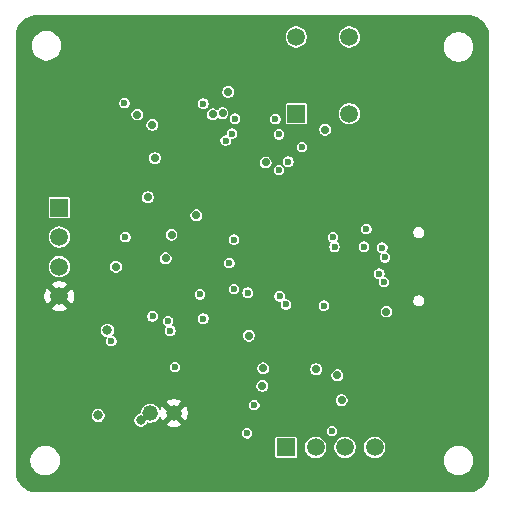
<source format=gbr>
%TF.GenerationSoftware,KiCad,Pcbnew,9.0.1*%
%TF.CreationDate,2025-04-28T02:05:13+08:00*%
%TF.ProjectId,Flight_Control,466c6967-6874-45f4-936f-6e74726f6c2e,rev?*%
%TF.SameCoordinates,Original*%
%TF.FileFunction,Copper,L2,Inr*%
%TF.FilePolarity,Positive*%
%FSLAX46Y46*%
G04 Gerber Fmt 4.6, Leading zero omitted, Abs format (unit mm)*
G04 Created by KiCad (PCBNEW 9.0.1) date 2025-04-28 02:05:13*
%MOMM*%
%LPD*%
G01*
G04 APERTURE LIST*
%TA.AperFunction,ComponentPad*%
%ADD10C,1.320800*%
%TD*%
%TA.AperFunction,ComponentPad*%
%ADD11R,1.498600X1.498600*%
%TD*%
%TA.AperFunction,ComponentPad*%
%ADD12C,1.498600*%
%TD*%
%TA.AperFunction,ComponentPad*%
%ADD13R,1.508000X1.508000*%
%TD*%
%TA.AperFunction,ComponentPad*%
%ADD14C,1.508000*%
%TD*%
%TA.AperFunction,ViaPad*%
%ADD15C,0.800000*%
%TD*%
%TA.AperFunction,ViaPad*%
%ADD16C,0.600000*%
%TD*%
%TA.AperFunction,ViaPad*%
%ADD17C,0.700000*%
%TD*%
G04 APERTURE END LIST*
D10*
%TO.N,GND*%
%TO.C,J3*%
X147600001Y-128100000D03*
%TO.N,+7.4V*%
X145600000Y-128100000D03*
%TD*%
D11*
%TO.N,+3.3V MCU*%
%TO.C,SW1*%
X157960599Y-102750001D03*
D12*
%TO.N,unconnected-(SW1-Pad2)*%
X157960599Y-96250000D03*
%TO.N,BOOT*%
X162460600Y-102750001D03*
%TO.N,Net-(C23-Pad1)*%
X162460600Y-96250000D03*
%TD*%
D13*
%TO.N,TX_Rad*%
%TO.C,J1*%
X137900000Y-110700000D03*
D14*
%TO.N,RX_Rad*%
X137900000Y-113200000D03*
%TO.N,+5V*%
X137900000Y-115700000D03*
%TO.N,GND*%
X137900000Y-118200000D03*
%TD*%
D13*
%TO.N,M1*%
%TO.C,J4*%
X157100000Y-131000000D03*
D14*
%TO.N,M2*%
X159600000Y-131000000D03*
%TO.N,M3*%
X162100000Y-131000000D03*
%TO.N,M4*%
X164600000Y-131000000D03*
%TD*%
D15*
%TO.N,+7.4V*%
X141979999Y-121100001D03*
D16*
%TO.N,GND*%
X152309785Y-116304309D03*
X171400000Y-121300000D03*
X172300000Y-121300000D03*
X172300000Y-120400000D03*
X171400000Y-120400000D03*
X167400000Y-121300000D03*
X168400000Y-121300000D03*
X168300000Y-120300000D03*
X167300000Y-120300000D03*
X171400000Y-111100000D03*
X172400000Y-111100000D03*
X172400000Y-110000000D03*
X171300000Y-110000000D03*
X168300000Y-111000000D03*
X167300000Y-111000000D03*
X168300000Y-109900000D03*
X167300000Y-109900000D03*
X153000000Y-131000000D03*
X151000000Y-129000000D03*
X151000000Y-131000000D03*
X156000000Y-100000000D03*
X156000000Y-98000000D03*
X156000000Y-96000000D03*
X154000000Y-98000000D03*
X154000000Y-96000000D03*
X152000000Y-96000000D03*
X152000000Y-98000000D03*
X150000000Y-98000000D03*
X150000000Y-96000000D03*
X148000000Y-96000000D03*
X148000000Y-98000000D03*
X146000000Y-98000000D03*
X146000000Y-96000000D03*
X144000000Y-96000000D03*
X144000000Y-98000000D03*
X142000000Y-98000000D03*
X142000000Y-96000000D03*
X140000000Y-96000000D03*
X140000000Y-98000000D03*
X136000000Y-100000000D03*
X138000000Y-100000000D03*
X140000000Y-100000000D03*
X140000000Y-102000000D03*
X138000000Y-102000000D03*
X136000000Y-102000000D03*
X136000000Y-104000000D03*
X138000000Y-104000000D03*
X140000000Y-104000000D03*
X140000000Y-106000000D03*
X140000000Y-108000000D03*
X138000000Y-108000000D03*
X138000000Y-106000000D03*
X136000000Y-106000000D03*
X136000000Y-108000000D03*
X138000000Y-121000000D03*
X136000000Y-121000000D03*
X136000000Y-123000000D03*
X138000000Y-123000000D03*
X138000000Y-125000000D03*
X136000000Y-125000000D03*
X136000000Y-127000000D03*
X138000000Y-127000000D03*
X138000000Y-129000000D03*
X136000000Y-129000000D03*
X168000000Y-97000000D03*
X168000000Y-99000000D03*
X166000000Y-99000000D03*
X164000000Y-99000000D03*
X164000000Y-101000000D03*
X166000000Y-101000000D03*
X168000000Y-101000000D03*
X170000000Y-101000000D03*
X172000000Y-101000000D03*
X172000000Y-103000000D03*
X170000000Y-103000000D03*
X168000000Y-103000000D03*
X166000000Y-103000000D03*
X164000000Y-103000000D03*
X164000000Y-105000000D03*
X166000000Y-105000000D03*
X168000000Y-105000000D03*
X170000000Y-105000000D03*
X172000000Y-105000000D03*
X172000000Y-107000000D03*
X170000000Y-107000000D03*
X168000000Y-107000000D03*
X166000000Y-107000000D03*
X164000000Y-107000000D03*
X164000000Y-109000000D03*
X166000000Y-109000000D03*
X168000000Y-109000000D03*
X172000000Y-109000000D03*
X170000000Y-109000000D03*
X170000000Y-111000000D03*
X170000000Y-113000000D03*
X172000000Y-113000000D03*
X172000000Y-117000000D03*
X172000000Y-115000000D03*
X170000000Y-119000000D03*
X172000000Y-119000000D03*
X166000000Y-121000000D03*
X166000000Y-123000000D03*
X168000000Y-123000000D03*
X170000000Y-123000000D03*
X172000000Y-123000000D03*
X172000000Y-125000000D03*
X170000000Y-125000000D03*
X168000000Y-125000000D03*
X166000000Y-125000000D03*
X166000000Y-127000000D03*
X168000000Y-127000000D03*
X170000000Y-127000000D03*
X172000000Y-127000000D03*
X172000000Y-129000000D03*
X170000000Y-129000000D03*
X168000000Y-129000000D03*
X168000000Y-131000000D03*
X168000000Y-133000000D03*
X153000000Y-133000000D03*
X151000000Y-133000000D03*
X142000000Y-133000000D03*
X140000000Y-133000000D03*
X157700000Y-126000000D03*
X166115762Y-118750000D03*
%TO.N,D-*%
X165000000Y-116300000D03*
%TO.N,GND*%
X150625735Y-104674265D03*
X157100000Y-125300000D03*
X157700000Y-125300000D03*
X158300000Y-125275000D03*
D17*
%TO.N,+3.3V MCU*%
X161440000Y-124900000D03*
D16*
%TO.N,GND*%
X161380000Y-125900000D03*
X159249000Y-122900000D03*
%TO.N,M2*%
X149818506Y-118048954D03*
%TO.N,M3*%
X153850000Y-117901472D03*
X156550000Y-118200000D03*
X160300000Y-119000000D03*
X161000000Y-129600000D03*
%TO.N,INTB*%
X157100000Y-118900000D03*
%TO.N,M1*%
X152700000Y-117600000D03*
X153800000Y-129800000D03*
%TO.N,+3.3V MCU A*%
X152701000Y-113400000D03*
%TO.N,GND*%
X168337502Y-114350000D03*
D17*
%TO.N,+3.3V P*%
X147400000Y-112990000D03*
%TO.N,+5V MCU*%
X155085880Y-125794880D03*
D16*
%TO.N,Net-(D1-K)*%
X147300000Y-121124266D03*
X145800000Y-119901397D03*
%TO.N,Net-(U5-PWRGD)*%
X147100000Y-120300000D03*
X150100000Y-120100000D03*
%TO.N,Net-(R5-Pad2)*%
X147700000Y-124200000D03*
%TO.N,Net-(U5-EN)*%
X142300000Y-122000000D03*
%TO.N,GND*%
X147100000Y-103000000D03*
X153100001Y-102212600D03*
%TO.N,INTB*%
X156200000Y-103200000D03*
%TO.N,CSB*%
X156500000Y-104500000D03*
X158457353Y-105557353D03*
%TO.N,SCK*%
X152764816Y-103159545D03*
X157300000Y-106800000D03*
%TO.N,SDO*%
X156507353Y-107507353D03*
X151993711Y-105020244D03*
X143417299Y-101847598D03*
%TO.N,SDI*%
X152530541Y-104427102D03*
X150100000Y-101900000D03*
D17*
%TO.N,+3.3V P*%
X145772101Y-103702402D03*
X144500000Y-102822298D03*
D16*
%TO.N,GND*%
X144940000Y-105400000D03*
X142805309Y-110100000D03*
X146690000Y-107910000D03*
X145700000Y-113200000D03*
X144900000Y-113200000D03*
X141200000Y-129285000D03*
D17*
%TO.N,+3.3V MCU*%
X149500000Y-111350000D03*
X155373468Y-106873468D03*
X155373468Y-106873468D03*
X160400000Y-104100000D03*
D16*
%TO.N,INT_IMU*%
X152300000Y-115400000D03*
D17*
%TO.N,+3.3V P*%
X145400000Y-109820000D03*
D16*
%TO.N,TX_Rad*%
X161068480Y-113210883D03*
%TO.N,RX_Rad*%
X161200000Y-114000000D03*
X143500000Y-113200000D03*
D17*
%TO.N,+5V*%
X142700000Y-115700000D03*
X146900000Y-115000000D03*
D16*
%TO.N,ADC_BAT*%
X154400000Y-127400000D03*
D17*
%TO.N,+3.3V MCU*%
X159642908Y-124376678D03*
%TO.N,+5V MCU*%
X161800000Y-127000000D03*
%TO.N,+3.3V MCU*%
X155160000Y-124300000D03*
X153950051Y-121535213D03*
D15*
%TO.N,+7.4V*%
X144800000Y-128700000D03*
X141200000Y-128300000D03*
D17*
%TO.N,+3.3V P*%
X146000000Y-106500000D03*
X151717940Y-102702875D03*
X150900000Y-102800000D03*
X152200000Y-100900000D03*
D16*
%TO.N,D+*%
X165462265Y-114913735D03*
D17*
%TO.N,V_USB*%
X165600000Y-119500000D03*
D16*
%TO.N,USB_DM*%
X163700000Y-114000000D03*
%TO.N,USB_DP*%
X163900000Y-112500000D03*
%TO.N,Net-(J2-CC2)*%
X165236722Y-114080006D03*
%TO.N,Net-(J2-CC1)*%
X165400000Y-117000000D03*
%TD*%
%TA.AperFunction,Conductor*%
%TO.N,GND*%
G36*
X172440664Y-94403772D02*
G01*
X172440738Y-94403792D01*
X172504226Y-94403792D01*
X172509042Y-94403950D01*
X172736669Y-94418874D01*
X172746258Y-94420136D01*
X172967615Y-94464170D01*
X172976954Y-94466672D01*
X173140423Y-94522164D01*
X173190671Y-94539222D01*
X173199614Y-94542927D01*
X173251780Y-94568653D01*
X173402021Y-94642745D01*
X173410401Y-94647584D01*
X173598047Y-94772968D01*
X173605726Y-94778860D01*
X173775404Y-94927666D01*
X173782248Y-94934511D01*
X173931052Y-95104191D01*
X173936945Y-95111870D01*
X174062326Y-95299518D01*
X174067166Y-95307901D01*
X174166984Y-95510313D01*
X174170688Y-95519256D01*
X174243231Y-95732962D01*
X174245736Y-95742311D01*
X174289764Y-95963654D01*
X174291028Y-95973251D01*
X174305947Y-96200864D01*
X174306105Y-96205717D01*
X174299511Y-132929486D01*
X174299510Y-132934066D01*
X174299500Y-132934108D01*
X174299500Y-132997558D01*
X174299500Y-132997570D01*
X174299342Y-133002410D01*
X174284421Y-133230046D01*
X174283157Y-133239642D01*
X174239130Y-133460984D01*
X174236625Y-133470335D01*
X174164079Y-133684047D01*
X174160375Y-133692989D01*
X174060558Y-133895400D01*
X174055718Y-133903783D01*
X173930331Y-134091436D01*
X173924438Y-134099115D01*
X173775637Y-134268792D01*
X173768792Y-134275637D01*
X173599115Y-134424438D01*
X173591436Y-134430331D01*
X173403783Y-134555718D01*
X173395400Y-134560558D01*
X173192989Y-134660375D01*
X173184047Y-134664079D01*
X172970335Y-134736625D01*
X172960984Y-134739130D01*
X172739642Y-134783157D01*
X172730046Y-134784421D01*
X172502396Y-134799342D01*
X172497568Y-134799500D01*
X172434108Y-134799500D01*
X172434069Y-134799509D01*
X172429581Y-134799510D01*
X172429581Y-134799511D01*
X136003946Y-134806136D01*
X135999094Y-134805978D01*
X135771462Y-134791061D01*
X135761865Y-134789797D01*
X135540518Y-134745770D01*
X135531168Y-134743265D01*
X135317456Y-134670722D01*
X135308513Y-134667018D01*
X135106096Y-134567199D01*
X135097714Y-134562359D01*
X134910060Y-134436976D01*
X134902380Y-134431084D01*
X134901521Y-134430331D01*
X134732695Y-134282277D01*
X134725851Y-134275432D01*
X134577040Y-134105751D01*
X134571153Y-134098080D01*
X134445758Y-133910420D01*
X134440920Y-133902039D01*
X134341100Y-133699630D01*
X134337395Y-133690687D01*
X134264845Y-133476971D01*
X134262340Y-133467622D01*
X134232915Y-133319706D01*
X134218305Y-133246262D01*
X134217043Y-133236670D01*
X134212641Y-133169524D01*
X134202173Y-133009859D01*
X134202015Y-133005088D01*
X134202015Y-132940738D01*
X134202006Y-132940705D01*
X134201872Y-132001582D01*
X135449500Y-132001582D01*
X135449500Y-132198417D01*
X135480290Y-132392823D01*
X135480293Y-132392836D01*
X135541113Y-132580019D01*
X135541115Y-132580024D01*
X135541116Y-132580025D01*
X135630476Y-132755405D01*
X135746172Y-132914646D01*
X135885354Y-133053828D01*
X136044595Y-133169524D01*
X136219975Y-133258884D01*
X136219977Y-133258884D01*
X136219980Y-133258886D01*
X136407163Y-133319706D01*
X136407169Y-133319707D01*
X136407174Y-133319709D01*
X136536780Y-133340236D01*
X136601582Y-133350500D01*
X136601583Y-133350500D01*
X136798418Y-133350500D01*
X136847019Y-133342802D01*
X136992826Y-133319709D01*
X136992833Y-133319706D01*
X136992836Y-133319706D01*
X137180019Y-133258886D01*
X137180019Y-133258885D01*
X137180025Y-133258884D01*
X137355405Y-133169524D01*
X137514646Y-133053828D01*
X137653828Y-132914646D01*
X137769524Y-132755405D01*
X137858884Y-132580025D01*
X137919709Y-132392826D01*
X137950500Y-132198417D01*
X137950500Y-132001583D01*
X137950500Y-132001582D01*
X170449500Y-132001582D01*
X170449500Y-132198417D01*
X170480290Y-132392823D01*
X170480293Y-132392836D01*
X170541113Y-132580019D01*
X170541115Y-132580024D01*
X170541116Y-132580025D01*
X170630476Y-132755405D01*
X170746172Y-132914646D01*
X170885354Y-133053828D01*
X171044595Y-133169524D01*
X171219975Y-133258884D01*
X171219977Y-133258884D01*
X171219980Y-133258886D01*
X171407163Y-133319706D01*
X171407169Y-133319707D01*
X171407174Y-133319709D01*
X171536780Y-133340236D01*
X171601582Y-133350500D01*
X171601583Y-133350500D01*
X171798418Y-133350500D01*
X171847019Y-133342802D01*
X171992826Y-133319709D01*
X171992833Y-133319706D01*
X171992836Y-133319706D01*
X172180019Y-133258886D01*
X172180019Y-133258885D01*
X172180025Y-133258884D01*
X172355405Y-133169524D01*
X172514646Y-133053828D01*
X172653828Y-132914646D01*
X172769524Y-132755405D01*
X172858884Y-132580025D01*
X172919709Y-132392826D01*
X172950500Y-132198417D01*
X172950500Y-132001583D01*
X172919709Y-131807174D01*
X172919707Y-131807169D01*
X172919706Y-131807163D01*
X172858886Y-131619980D01*
X172858884Y-131619977D01*
X172858884Y-131619975D01*
X172769524Y-131444595D01*
X172653828Y-131285354D01*
X172514646Y-131146172D01*
X172514643Y-131146169D01*
X172514641Y-131146168D01*
X172355404Y-131030475D01*
X172180019Y-130941113D01*
X171992836Y-130880293D01*
X171992823Y-130880290D01*
X171798418Y-130849500D01*
X171798417Y-130849500D01*
X171601583Y-130849500D01*
X171601582Y-130849500D01*
X171407176Y-130880290D01*
X171407163Y-130880293D01*
X171219980Y-130941113D01*
X171044595Y-131030475D01*
X170885358Y-131146168D01*
X170746168Y-131285358D01*
X170630475Y-131444595D01*
X170541113Y-131619980D01*
X170480293Y-131807163D01*
X170480290Y-131807176D01*
X170449500Y-132001582D01*
X137950500Y-132001582D01*
X137919709Y-131807174D01*
X137919707Y-131807169D01*
X137919706Y-131807163D01*
X137858886Y-131619980D01*
X137858884Y-131619977D01*
X137858884Y-131619975D01*
X137769524Y-131444595D01*
X137653828Y-131285354D01*
X137514646Y-131146172D01*
X137514643Y-131146169D01*
X137514641Y-131146168D01*
X137355404Y-131030475D01*
X137180019Y-130941113D01*
X136992836Y-130880293D01*
X136992823Y-130880290D01*
X136798418Y-130849500D01*
X136798417Y-130849500D01*
X136601583Y-130849500D01*
X136601582Y-130849500D01*
X136407176Y-130880290D01*
X136407163Y-130880293D01*
X136219980Y-130941113D01*
X136044595Y-131030475D01*
X135885358Y-131146168D01*
X135746168Y-131285358D01*
X135630475Y-131444595D01*
X135541113Y-131619980D01*
X135480293Y-131807163D01*
X135480290Y-131807176D01*
X135449500Y-132001582D01*
X134201872Y-132001582D01*
X134201845Y-131812722D01*
X134201551Y-129740688D01*
X153349500Y-129740688D01*
X153349500Y-129859311D01*
X153380199Y-129973882D01*
X153380201Y-129973887D01*
X153439508Y-130076609D01*
X153439509Y-130076610D01*
X153439511Y-130076613D01*
X153523387Y-130160489D01*
X153523389Y-130160490D01*
X153523390Y-130160491D01*
X153626112Y-130219798D01*
X153626114Y-130219799D01*
X153626115Y-130219799D01*
X153626117Y-130219800D01*
X153668588Y-130231180D01*
X153740688Y-130250499D01*
X153740689Y-130250500D01*
X153740691Y-130250500D01*
X153859311Y-130250500D01*
X153859311Y-130250499D01*
X153931411Y-130231180D01*
X156195500Y-130231180D01*
X156195500Y-131768820D01*
X156204233Y-131812722D01*
X156237496Y-131862504D01*
X156287278Y-131895767D01*
X156331180Y-131904500D01*
X156331181Y-131904500D01*
X157868819Y-131904500D01*
X157868820Y-131904500D01*
X157912722Y-131895767D01*
X157962504Y-131862504D01*
X157995767Y-131812722D01*
X158004500Y-131768820D01*
X158004500Y-130910916D01*
X158695500Y-130910916D01*
X158695500Y-131089083D01*
X158730258Y-131263827D01*
X158730260Y-131263833D01*
X158798443Y-131428441D01*
X158897429Y-131576585D01*
X159023415Y-131702571D01*
X159171559Y-131801557D01*
X159336167Y-131869740D01*
X159510915Y-131904500D01*
X159510917Y-131904500D01*
X159689083Y-131904500D01*
X159689085Y-131904500D01*
X159863833Y-131869740D01*
X160028441Y-131801557D01*
X160176585Y-131702571D01*
X160302571Y-131576585D01*
X160401557Y-131428441D01*
X160469740Y-131263833D01*
X160504500Y-131089085D01*
X160504500Y-130910916D01*
X161195500Y-130910916D01*
X161195500Y-131089083D01*
X161230258Y-131263827D01*
X161230260Y-131263833D01*
X161298443Y-131428441D01*
X161397429Y-131576585D01*
X161523415Y-131702571D01*
X161671559Y-131801557D01*
X161836167Y-131869740D01*
X162010915Y-131904500D01*
X162010917Y-131904500D01*
X162189083Y-131904500D01*
X162189085Y-131904500D01*
X162363833Y-131869740D01*
X162528441Y-131801557D01*
X162676585Y-131702571D01*
X162802571Y-131576585D01*
X162901557Y-131428441D01*
X162969740Y-131263833D01*
X163004500Y-131089085D01*
X163004500Y-130910916D01*
X163695500Y-130910916D01*
X163695500Y-131089083D01*
X163730258Y-131263827D01*
X163730260Y-131263833D01*
X163798443Y-131428441D01*
X163897429Y-131576585D01*
X164023415Y-131702571D01*
X164171559Y-131801557D01*
X164336167Y-131869740D01*
X164510915Y-131904500D01*
X164510917Y-131904500D01*
X164689083Y-131904500D01*
X164689085Y-131904500D01*
X164863833Y-131869740D01*
X165028441Y-131801557D01*
X165176585Y-131702571D01*
X165302571Y-131576585D01*
X165401557Y-131428441D01*
X165469740Y-131263833D01*
X165504500Y-131089085D01*
X165504500Y-130910915D01*
X165469740Y-130736167D01*
X165401557Y-130571559D01*
X165302571Y-130423415D01*
X165176585Y-130297429D01*
X165106350Y-130250500D01*
X165028441Y-130198443D01*
X164863833Y-130130260D01*
X164863827Y-130130258D01*
X164732988Y-130104233D01*
X164689085Y-130095500D01*
X164510915Y-130095500D01*
X164467012Y-130104233D01*
X164336172Y-130130258D01*
X164336166Y-130130260D01*
X164171558Y-130198443D01*
X164023415Y-130297428D01*
X164023414Y-130297430D01*
X163897430Y-130423414D01*
X163897428Y-130423415D01*
X163798443Y-130571558D01*
X163730260Y-130736166D01*
X163730258Y-130736172D01*
X163695500Y-130910916D01*
X163004500Y-130910916D01*
X163004500Y-130910915D01*
X162969740Y-130736167D01*
X162901557Y-130571559D01*
X162802571Y-130423415D01*
X162676585Y-130297429D01*
X162606350Y-130250500D01*
X162528441Y-130198443D01*
X162363833Y-130130260D01*
X162363827Y-130130258D01*
X162232988Y-130104233D01*
X162189085Y-130095500D01*
X162010915Y-130095500D01*
X161967012Y-130104233D01*
X161836172Y-130130258D01*
X161836166Y-130130260D01*
X161671558Y-130198443D01*
X161523415Y-130297428D01*
X161523414Y-130297430D01*
X161397430Y-130423414D01*
X161397428Y-130423415D01*
X161298443Y-130571558D01*
X161230260Y-130736166D01*
X161230258Y-130736172D01*
X161195500Y-130910916D01*
X160504500Y-130910916D01*
X160504500Y-130910915D01*
X160469740Y-130736167D01*
X160401557Y-130571559D01*
X160302571Y-130423415D01*
X160176585Y-130297429D01*
X160106350Y-130250500D01*
X160028441Y-130198443D01*
X159863833Y-130130260D01*
X159863827Y-130130258D01*
X159732988Y-130104233D01*
X159689085Y-130095500D01*
X159510915Y-130095500D01*
X159467012Y-130104233D01*
X159336172Y-130130258D01*
X159336166Y-130130260D01*
X159171558Y-130198443D01*
X159023415Y-130297428D01*
X159023414Y-130297430D01*
X158897430Y-130423414D01*
X158897428Y-130423415D01*
X158798443Y-130571558D01*
X158730260Y-130736166D01*
X158730258Y-130736172D01*
X158695500Y-130910916D01*
X158004500Y-130910916D01*
X158004500Y-130231180D01*
X157995767Y-130187278D01*
X157962504Y-130137496D01*
X157951674Y-130130260D01*
X157912722Y-130104233D01*
X157868820Y-130095500D01*
X156331180Y-130095500D01*
X156309229Y-130099866D01*
X156287277Y-130104233D01*
X156237496Y-130137495D01*
X156237495Y-130137496D01*
X156204233Y-130187277D01*
X156204233Y-130187278D01*
X156195500Y-130231180D01*
X153931411Y-130231180D01*
X153973886Y-130219799D01*
X154076613Y-130160489D01*
X154160489Y-130076613D01*
X154219799Y-129973886D01*
X154250499Y-129859311D01*
X154250500Y-129859311D01*
X154250500Y-129740689D01*
X154250499Y-129740688D01*
X154219800Y-129626117D01*
X154219798Y-129626112D01*
X154189042Y-129572841D01*
X154170478Y-129540688D01*
X160549500Y-129540688D01*
X160549500Y-129659311D01*
X160580199Y-129773882D01*
X160580201Y-129773887D01*
X160639508Y-129876609D01*
X160639509Y-129876610D01*
X160639511Y-129876613D01*
X160723387Y-129960489D01*
X160723389Y-129960490D01*
X160723390Y-129960491D01*
X160826112Y-130019798D01*
X160826114Y-130019799D01*
X160826115Y-130019799D01*
X160826117Y-130019800D01*
X160883402Y-130035149D01*
X160940688Y-130050499D01*
X160940689Y-130050500D01*
X160940691Y-130050500D01*
X161059311Y-130050500D01*
X161059311Y-130050499D01*
X161173886Y-130019799D01*
X161276613Y-129960489D01*
X161360489Y-129876613D01*
X161419799Y-129773886D01*
X161450499Y-129659311D01*
X161450500Y-129659311D01*
X161450500Y-129540689D01*
X161450499Y-129540688D01*
X161419800Y-129426117D01*
X161419798Y-129426112D01*
X161360491Y-129323390D01*
X161360490Y-129323389D01*
X161360489Y-129323387D01*
X161276613Y-129239511D01*
X161276610Y-129239509D01*
X161276609Y-129239508D01*
X161173887Y-129180201D01*
X161173882Y-129180199D01*
X161059311Y-129149500D01*
X161059309Y-129149500D01*
X160940691Y-129149500D01*
X160940689Y-129149500D01*
X160826117Y-129180199D01*
X160826112Y-129180201D01*
X160723390Y-129239508D01*
X160639508Y-129323390D01*
X160580201Y-129426112D01*
X160580199Y-129426117D01*
X160549500Y-129540688D01*
X154170478Y-129540688D01*
X154160491Y-129523390D01*
X154160490Y-129523389D01*
X154160489Y-129523387D01*
X154076613Y-129439511D01*
X154076610Y-129439509D01*
X154076609Y-129439508D01*
X153973887Y-129380201D01*
X153973882Y-129380199D01*
X153859311Y-129349500D01*
X153859309Y-129349500D01*
X153740691Y-129349500D01*
X153740689Y-129349500D01*
X153626117Y-129380199D01*
X153626112Y-129380201D01*
X153523390Y-129439508D01*
X153439508Y-129523390D01*
X153380201Y-129626112D01*
X153380199Y-129626117D01*
X153349500Y-129740688D01*
X134201551Y-129740688D01*
X134201550Y-129735852D01*
X134201336Y-128227522D01*
X140649500Y-128227522D01*
X140649500Y-128372477D01*
X140687014Y-128512481D01*
X140687016Y-128512486D01*
X140729271Y-128585673D01*
X140759491Y-128638015D01*
X140861985Y-128740509D01*
X140987515Y-128812984D01*
X140987516Y-128812984D01*
X140987518Y-128812985D01*
X141057520Y-128831742D01*
X141127522Y-128850499D01*
X141127523Y-128850500D01*
X141127525Y-128850500D01*
X141272477Y-128850500D01*
X141272477Y-128850499D01*
X141412485Y-128812984D01*
X141538015Y-128740509D01*
X141640509Y-128638015D01*
X141646567Y-128627522D01*
X144249500Y-128627522D01*
X144249500Y-128772477D01*
X144287014Y-128912481D01*
X144287016Y-128912486D01*
X144345816Y-129014329D01*
X144359491Y-129038015D01*
X144461985Y-129140509D01*
X144587515Y-129212984D01*
X144587516Y-129212984D01*
X144587518Y-129212985D01*
X144657520Y-129231742D01*
X144727522Y-129250499D01*
X144727523Y-129250500D01*
X144727525Y-129250500D01*
X144872477Y-129250500D01*
X144872477Y-129250499D01*
X145012485Y-129212984D01*
X145138015Y-129140509D01*
X145240509Y-129038015D01*
X145308631Y-128920024D01*
X145353562Y-128885548D01*
X145387148Y-128884448D01*
X145520133Y-128910900D01*
X145520135Y-128910900D01*
X145679866Y-128910900D01*
X145679867Y-128910900D01*
X145836531Y-128879738D01*
X145984105Y-128818611D01*
X146116919Y-128729867D01*
X146229867Y-128616919D01*
X146318611Y-128484105D01*
X146346128Y-128417673D01*
X146386176Y-128377624D01*
X146442813Y-128377624D01*
X146482862Y-128417672D01*
X146484873Y-128423124D01*
X146524613Y-128545433D01*
X146607536Y-128708178D01*
X146620468Y-128725978D01*
X147193601Y-128152845D01*
X147193601Y-128153504D01*
X147221296Y-128256865D01*
X147274800Y-128349536D01*
X147350465Y-128425201D01*
X147443136Y-128478705D01*
X147546497Y-128506400D01*
X147547154Y-128506400D01*
X146974021Y-129079532D01*
X146991816Y-129092461D01*
X146991822Y-129092464D01*
X147154560Y-129175384D01*
X147154565Y-129175386D01*
X147328262Y-129231824D01*
X147328275Y-129231827D01*
X147508675Y-129260400D01*
X147691327Y-129260400D01*
X147871726Y-129231827D01*
X147871739Y-129231824D01*
X148045436Y-129175386D01*
X148045441Y-129175384D01*
X148208173Y-129092468D01*
X148208182Y-129092462D01*
X148225979Y-129079531D01*
X147652848Y-128506400D01*
X147653505Y-128506400D01*
X147756866Y-128478705D01*
X147849537Y-128425201D01*
X147925202Y-128349536D01*
X147978706Y-128256865D01*
X148006401Y-128153504D01*
X148006401Y-128152847D01*
X148579532Y-128725978D01*
X148592463Y-128708181D01*
X148592469Y-128708172D01*
X148675385Y-128545440D01*
X148675387Y-128545435D01*
X148731825Y-128371738D01*
X148731828Y-128371725D01*
X148760401Y-128191325D01*
X148760401Y-128008674D01*
X148731828Y-127828274D01*
X148731825Y-127828261D01*
X148675387Y-127654564D01*
X148675385Y-127654559D01*
X148592465Y-127491821D01*
X148592462Y-127491815D01*
X148579533Y-127474020D01*
X148006401Y-128047152D01*
X148006401Y-128046496D01*
X147978706Y-127943135D01*
X147925202Y-127850464D01*
X147849537Y-127774799D01*
X147756866Y-127721295D01*
X147653505Y-127693600D01*
X147652846Y-127693600D01*
X148005759Y-127340688D01*
X153949500Y-127340688D01*
X153949500Y-127459311D01*
X153980199Y-127573882D01*
X153980201Y-127573887D01*
X154039508Y-127676609D01*
X154039509Y-127676610D01*
X154039511Y-127676613D01*
X154123387Y-127760489D01*
X154123389Y-127760490D01*
X154123390Y-127760491D01*
X154170349Y-127787603D01*
X154226114Y-127819799D01*
X154226115Y-127819799D01*
X154226117Y-127819800D01*
X154257694Y-127828261D01*
X154340688Y-127850499D01*
X154340689Y-127850500D01*
X154340691Y-127850500D01*
X154459311Y-127850500D01*
X154459311Y-127850499D01*
X154573886Y-127819799D01*
X154676613Y-127760489D01*
X154760489Y-127676613D01*
X154819799Y-127573886D01*
X154850499Y-127459311D01*
X154850500Y-127459311D01*
X154850500Y-127340689D01*
X154850499Y-127340688D01*
X154819800Y-127226117D01*
X154819798Y-127226112D01*
X154760491Y-127123390D01*
X154760490Y-127123389D01*
X154760489Y-127123387D01*
X154676613Y-127039511D01*
X154676610Y-127039509D01*
X154676609Y-127039508D01*
X154596650Y-126993344D01*
X154573886Y-126980201D01*
X154573883Y-126980200D01*
X154573882Y-126980199D01*
X154459311Y-126949500D01*
X154459309Y-126949500D01*
X154340691Y-126949500D01*
X154340689Y-126949500D01*
X154226117Y-126980199D01*
X154226112Y-126980201D01*
X154123390Y-127039508D01*
X154039508Y-127123390D01*
X153980201Y-127226112D01*
X153980199Y-127226117D01*
X153949500Y-127340688D01*
X148005759Y-127340688D01*
X148062932Y-127283515D01*
X148225979Y-127120467D01*
X148225980Y-127120467D01*
X148208179Y-127107535D01*
X148045434Y-127024612D01*
X147871739Y-126968175D01*
X147871726Y-126968172D01*
X147691327Y-126939600D01*
X147508675Y-126939600D01*
X147328275Y-126968172D01*
X147328262Y-126968175D01*
X147154565Y-127024613D01*
X147154559Y-127024615D01*
X146991825Y-127107533D01*
X146974021Y-127120467D01*
X147547154Y-127693600D01*
X147546497Y-127693600D01*
X147443136Y-127721295D01*
X147350465Y-127774799D01*
X147274800Y-127850464D01*
X147221296Y-127943135D01*
X147193601Y-128046496D01*
X147193601Y-128047153D01*
X146620468Y-127474020D01*
X146607534Y-127491824D01*
X146524616Y-127654558D01*
X146524614Y-127654564D01*
X146484873Y-127776875D01*
X146448090Y-127819943D01*
X146391628Y-127824386D01*
X146348560Y-127787603D01*
X146346128Y-127782327D01*
X146318611Y-127715895D01*
X146229869Y-127583084D01*
X146229867Y-127583081D01*
X146116919Y-127470133D01*
X146111320Y-127466392D01*
X145984102Y-127381387D01*
X145836535Y-127320263D01*
X145836524Y-127320260D01*
X145718501Y-127296784D01*
X145679867Y-127289100D01*
X145520133Y-127289100D01*
X145489141Y-127295264D01*
X145363475Y-127320260D01*
X145363464Y-127320263D01*
X145215897Y-127381387D01*
X145083084Y-127470130D01*
X144970130Y-127583084D01*
X144881387Y-127715897D01*
X144820263Y-127863464D01*
X144820260Y-127863475D01*
X144789100Y-128020133D01*
X144789100Y-128076497D01*
X144767426Y-128128823D01*
X144731723Y-128146429D01*
X144732210Y-128148244D01*
X144587518Y-128187014D01*
X144587513Y-128187016D01*
X144461984Y-128259491D01*
X144359491Y-128361984D01*
X144287016Y-128487513D01*
X144287014Y-128487518D01*
X144249500Y-128627522D01*
X141646567Y-128627522D01*
X141712984Y-128512485D01*
X141750499Y-128372477D01*
X141750500Y-128372477D01*
X141750500Y-128227523D01*
X141750499Y-128227522D01*
X141739645Y-128187016D01*
X141729593Y-128149500D01*
X141712985Y-128087518D01*
X141712983Y-128087513D01*
X141640508Y-127961984D01*
X141538015Y-127859491D01*
X141412486Y-127787016D01*
X141412481Y-127787014D01*
X141272477Y-127749500D01*
X141272475Y-127749500D01*
X141127525Y-127749500D01*
X141127523Y-127749500D01*
X140987518Y-127787014D01*
X140987513Y-127787016D01*
X140861984Y-127859491D01*
X140759491Y-127961984D01*
X140687016Y-128087513D01*
X140687014Y-128087518D01*
X140649500Y-128227522D01*
X134201336Y-128227522D01*
X134201335Y-128222686D01*
X134201182Y-127148681D01*
X134201151Y-126934105D01*
X161299500Y-126934105D01*
X161299500Y-127065894D01*
X161333606Y-127193181D01*
X161333607Y-127193184D01*
X161333608Y-127193186D01*
X161399500Y-127307314D01*
X161492686Y-127400500D01*
X161606814Y-127466392D01*
X161734105Y-127500499D01*
X161734106Y-127500500D01*
X161734108Y-127500500D01*
X161865894Y-127500500D01*
X161865894Y-127500499D01*
X161993186Y-127466392D01*
X162107314Y-127400500D01*
X162200500Y-127307314D01*
X162266392Y-127193186D01*
X162300499Y-127065894D01*
X162300500Y-127065894D01*
X162300500Y-126934106D01*
X162300499Y-126934105D01*
X162266393Y-126806818D01*
X162266392Y-126806814D01*
X162200500Y-126692686D01*
X162107314Y-126599500D01*
X161993190Y-126533610D01*
X161993181Y-126533606D01*
X161865894Y-126499500D01*
X161865892Y-126499500D01*
X161734108Y-126499500D01*
X161734106Y-126499500D01*
X161606818Y-126533606D01*
X161606809Y-126533610D01*
X161492685Y-126599500D01*
X161399500Y-126692685D01*
X161333610Y-126806809D01*
X161333606Y-126806818D01*
X161299500Y-126934105D01*
X134201151Y-126934105D01*
X134201017Y-125988061D01*
X134200980Y-125728985D01*
X154585380Y-125728985D01*
X154585380Y-125860774D01*
X154619486Y-125988061D01*
X154619487Y-125988064D01*
X154619488Y-125988066D01*
X154685380Y-126102194D01*
X154778566Y-126195380D01*
X154892694Y-126261272D01*
X155019985Y-126295379D01*
X155019986Y-126295380D01*
X155019988Y-126295380D01*
X155151774Y-126295380D01*
X155151774Y-126295379D01*
X155279066Y-126261272D01*
X155393194Y-126195380D01*
X155486380Y-126102194D01*
X155552272Y-125988066D01*
X155586379Y-125860774D01*
X155586380Y-125860774D01*
X155586380Y-125728986D01*
X155586379Y-125728985D01*
X155552273Y-125601698D01*
X155552272Y-125601694D01*
X155486380Y-125487566D01*
X155393194Y-125394380D01*
X155344719Y-125366393D01*
X155279070Y-125328490D01*
X155279061Y-125328486D01*
X155151774Y-125294380D01*
X155151772Y-125294380D01*
X155019988Y-125294380D01*
X155019986Y-125294380D01*
X154892698Y-125328486D01*
X154892689Y-125328490D01*
X154778565Y-125394380D01*
X154685380Y-125487565D01*
X154619490Y-125601689D01*
X154619486Y-125601698D01*
X154585380Y-125728985D01*
X134200980Y-125728985D01*
X134200754Y-124140688D01*
X147249500Y-124140688D01*
X147249500Y-124259311D01*
X147280199Y-124373882D01*
X147280201Y-124373887D01*
X147339508Y-124476609D01*
X147339509Y-124476610D01*
X147339511Y-124476613D01*
X147423387Y-124560489D01*
X147423389Y-124560490D01*
X147423390Y-124560491D01*
X147526112Y-124619798D01*
X147526114Y-124619799D01*
X147526115Y-124619799D01*
X147526117Y-124619800D01*
X147583402Y-124635149D01*
X147640688Y-124650499D01*
X147640689Y-124650500D01*
X147640691Y-124650500D01*
X147759311Y-124650500D01*
X147759311Y-124650499D01*
X147873886Y-124619799D01*
X147976613Y-124560489D01*
X148060489Y-124476613D01*
X148119799Y-124373886D01*
X148150499Y-124259311D01*
X148150500Y-124259311D01*
X148150500Y-124234105D01*
X154659500Y-124234105D01*
X154659500Y-124365894D01*
X154693606Y-124493181D01*
X154693610Y-124493190D01*
X154732467Y-124560491D01*
X154759500Y-124607314D01*
X154852686Y-124700500D01*
X154966814Y-124766392D01*
X155094105Y-124800499D01*
X155094106Y-124800500D01*
X155094108Y-124800500D01*
X155225894Y-124800500D01*
X155225894Y-124800499D01*
X155353186Y-124766392D01*
X155467314Y-124700500D01*
X155560500Y-124607314D01*
X155626392Y-124493186D01*
X155660499Y-124365894D01*
X155660500Y-124365894D01*
X155660500Y-124310783D01*
X159142408Y-124310783D01*
X159142408Y-124442572D01*
X159176514Y-124569859D01*
X159176518Y-124569868D01*
X159223071Y-124650499D01*
X159242408Y-124683992D01*
X159335594Y-124777178D01*
X159449722Y-124843070D01*
X159577013Y-124877177D01*
X159577014Y-124877178D01*
X159577016Y-124877178D01*
X159708802Y-124877178D01*
X159708802Y-124877177D01*
X159836094Y-124843070D01*
X159851622Y-124834105D01*
X160939500Y-124834105D01*
X160939500Y-124965894D01*
X160973606Y-125093181D01*
X160973607Y-125093184D01*
X160973608Y-125093186D01*
X161039500Y-125207314D01*
X161132686Y-125300500D01*
X161246814Y-125366392D01*
X161374105Y-125400499D01*
X161374106Y-125400500D01*
X161374108Y-125400500D01*
X161505894Y-125400500D01*
X161505894Y-125400499D01*
X161633186Y-125366392D01*
X161747314Y-125300500D01*
X161840500Y-125207314D01*
X161906392Y-125093186D01*
X161940499Y-124965894D01*
X161940500Y-124965894D01*
X161940500Y-124834106D01*
X161940499Y-124834105D01*
X161931494Y-124800499D01*
X161906392Y-124706814D01*
X161840500Y-124592686D01*
X161747314Y-124499500D01*
X161707666Y-124476609D01*
X161633190Y-124433610D01*
X161633181Y-124433606D01*
X161505894Y-124399500D01*
X161505892Y-124399500D01*
X161374108Y-124399500D01*
X161374106Y-124399500D01*
X161246818Y-124433606D01*
X161246809Y-124433610D01*
X161132685Y-124499500D01*
X161039500Y-124592685D01*
X160973610Y-124706809D01*
X160973606Y-124706818D01*
X160939500Y-124834105D01*
X159851622Y-124834105D01*
X159950222Y-124777178D01*
X160043408Y-124683992D01*
X160109300Y-124569864D01*
X160143407Y-124442572D01*
X160143408Y-124442572D01*
X160143408Y-124310784D01*
X160143407Y-124310783D01*
X160122861Y-124234105D01*
X160109300Y-124183492D01*
X160043408Y-124069364D01*
X159950222Y-123976178D01*
X159858786Y-123923387D01*
X159836098Y-123910288D01*
X159836089Y-123910284D01*
X159708802Y-123876178D01*
X159708800Y-123876178D01*
X159577016Y-123876178D01*
X159577014Y-123876178D01*
X159449726Y-123910284D01*
X159449717Y-123910288D01*
X159335593Y-123976178D01*
X159242408Y-124069363D01*
X159176518Y-124183487D01*
X159176514Y-124183496D01*
X159142408Y-124310783D01*
X155660500Y-124310783D01*
X155660500Y-124234106D01*
X155660499Y-124234105D01*
X155646937Y-124183492D01*
X155626392Y-124106814D01*
X155560500Y-123992686D01*
X155467314Y-123899500D01*
X155426919Y-123876178D01*
X155353190Y-123833610D01*
X155353181Y-123833606D01*
X155225894Y-123799500D01*
X155225892Y-123799500D01*
X155094108Y-123799500D01*
X155094106Y-123799500D01*
X154966818Y-123833606D01*
X154966809Y-123833610D01*
X154852685Y-123899500D01*
X154759500Y-123992685D01*
X154693610Y-124106809D01*
X154693606Y-124106818D01*
X154659500Y-124234105D01*
X148150500Y-124234105D01*
X148150500Y-124140689D01*
X148150499Y-124140688D01*
X148119800Y-124026117D01*
X148119798Y-124026112D01*
X148060491Y-123923390D01*
X148060490Y-123923389D01*
X148060489Y-123923387D01*
X147976613Y-123839511D01*
X147976610Y-123839509D01*
X147976609Y-123839508D01*
X147873887Y-123780201D01*
X147873882Y-123780199D01*
X147759311Y-123749500D01*
X147759309Y-123749500D01*
X147640691Y-123749500D01*
X147640689Y-123749500D01*
X147526117Y-123780199D01*
X147526112Y-123780201D01*
X147423390Y-123839508D01*
X147339508Y-123923390D01*
X147280201Y-124026112D01*
X147280199Y-124026117D01*
X147249500Y-124140688D01*
X134200754Y-124140688D01*
X134200311Y-121027523D01*
X141429499Y-121027523D01*
X141429499Y-121172478D01*
X141467013Y-121312482D01*
X141467015Y-121312487D01*
X141518049Y-121400879D01*
X141539490Y-121438016D01*
X141641984Y-121540510D01*
X141767514Y-121612985D01*
X141878516Y-121642728D01*
X141923448Y-121677206D01*
X141930841Y-121733359D01*
X141923448Y-121751205D01*
X141880203Y-121826108D01*
X141880199Y-121826117D01*
X141849500Y-121940688D01*
X141849500Y-122059311D01*
X141880199Y-122173882D01*
X141880201Y-122173887D01*
X141939508Y-122276609D01*
X141939509Y-122276610D01*
X141939511Y-122276613D01*
X142023387Y-122360489D01*
X142126114Y-122419799D01*
X142126115Y-122419799D01*
X142126117Y-122419800D01*
X142183402Y-122435149D01*
X142240688Y-122450499D01*
X142240689Y-122450500D01*
X142240691Y-122450500D01*
X142359311Y-122450500D01*
X142359311Y-122450499D01*
X142473886Y-122419799D01*
X142576613Y-122360489D01*
X142660489Y-122276613D01*
X142719799Y-122173886D01*
X142750499Y-122059311D01*
X142750500Y-122059311D01*
X142750500Y-121940689D01*
X142750499Y-121940688D01*
X142719800Y-121826117D01*
X142719798Y-121826112D01*
X142660491Y-121723390D01*
X142660490Y-121723389D01*
X142660489Y-121723387D01*
X142576613Y-121639511D01*
X142576610Y-121639509D01*
X142576609Y-121639508D01*
X142473887Y-121580201D01*
X142473882Y-121580199D01*
X142443454Y-121572046D01*
X142398521Y-121537567D01*
X142391129Y-121481415D01*
X142410281Y-121448242D01*
X142420508Y-121438016D01*
X142492983Y-121312486D01*
X142530498Y-121172478D01*
X142530499Y-121172478D01*
X142530499Y-121027524D01*
X142530498Y-121027523D01*
X142492984Y-120887519D01*
X142492982Y-120887514D01*
X142420507Y-120761985D01*
X142318014Y-120659492D01*
X142192485Y-120587017D01*
X142192480Y-120587015D01*
X142052476Y-120549501D01*
X142052474Y-120549501D01*
X141907524Y-120549501D01*
X141907522Y-120549501D01*
X141767517Y-120587015D01*
X141767512Y-120587017D01*
X141641983Y-120659492D01*
X141539490Y-120761985D01*
X141467015Y-120887514D01*
X141467013Y-120887519D01*
X141429499Y-121027523D01*
X134200311Y-121027523D01*
X134200142Y-119842085D01*
X145349500Y-119842085D01*
X145349500Y-119960708D01*
X145380199Y-120075279D01*
X145380201Y-120075284D01*
X145439508Y-120178006D01*
X145439509Y-120178007D01*
X145439511Y-120178010D01*
X145523387Y-120261886D01*
X145626114Y-120321196D01*
X145626115Y-120321196D01*
X145626117Y-120321197D01*
X145683402Y-120336546D01*
X145740688Y-120351896D01*
X145740689Y-120351897D01*
X145740691Y-120351897D01*
X145859311Y-120351897D01*
X145859311Y-120351896D01*
X145973886Y-120321196D01*
X146076613Y-120261886D01*
X146097811Y-120240688D01*
X146649500Y-120240688D01*
X146649500Y-120359311D01*
X146680199Y-120473882D01*
X146680201Y-120473887D01*
X146739508Y-120576609D01*
X146739509Y-120576610D01*
X146739511Y-120576613D01*
X146823387Y-120660489D01*
X146823389Y-120660490D01*
X146823390Y-120660491D01*
X146930314Y-120722224D01*
X146929142Y-120724253D01*
X146963725Y-120758842D01*
X146963721Y-120815480D01*
X146947684Y-120839480D01*
X146939508Y-120847655D01*
X146880201Y-120950378D01*
X146880199Y-120950383D01*
X146849500Y-121064954D01*
X146849500Y-121183577D01*
X146880199Y-121298148D01*
X146880201Y-121298153D01*
X146939508Y-121400875D01*
X146939509Y-121400876D01*
X146939511Y-121400879D01*
X147023387Y-121484755D01*
X147023389Y-121484756D01*
X147023390Y-121484757D01*
X147126112Y-121544064D01*
X147126114Y-121544065D01*
X147126115Y-121544065D01*
X147126117Y-121544066D01*
X147183402Y-121559415D01*
X147240688Y-121574765D01*
X147240689Y-121574766D01*
X147240691Y-121574766D01*
X147359311Y-121574766D01*
X147359311Y-121574765D01*
X147473886Y-121544065D01*
X147576613Y-121484755D01*
X147592050Y-121469318D01*
X153449551Y-121469318D01*
X153449551Y-121601107D01*
X153483657Y-121728394D01*
X153483661Y-121728403D01*
X153496826Y-121751205D01*
X153549551Y-121842527D01*
X153642737Y-121935713D01*
X153756865Y-122001605D01*
X153884156Y-122035712D01*
X153884157Y-122035713D01*
X153884159Y-122035713D01*
X154015945Y-122035713D01*
X154015945Y-122035712D01*
X154143237Y-122001605D01*
X154257365Y-121935713D01*
X154350551Y-121842527D01*
X154416443Y-121728399D01*
X154450550Y-121601107D01*
X154450551Y-121601107D01*
X154450551Y-121469319D01*
X154450550Y-121469318D01*
X154442162Y-121438015D01*
X154416443Y-121342027D01*
X154350551Y-121227899D01*
X154257365Y-121134713D01*
X154143241Y-121068823D01*
X154143232Y-121068819D01*
X154015945Y-121034713D01*
X154015943Y-121034713D01*
X153884159Y-121034713D01*
X153884157Y-121034713D01*
X153756869Y-121068819D01*
X153756860Y-121068823D01*
X153642736Y-121134713D01*
X153549551Y-121227898D01*
X153483661Y-121342022D01*
X153483657Y-121342031D01*
X153449551Y-121469318D01*
X147592050Y-121469318D01*
X147660489Y-121400879D01*
X147719799Y-121298152D01*
X147750499Y-121183577D01*
X147750500Y-121183577D01*
X147750500Y-121064955D01*
X147750499Y-121064954D01*
X147740469Y-121027523D01*
X147719799Y-120950380D01*
X147660489Y-120847653D01*
X147576613Y-120763777D01*
X147576610Y-120763775D01*
X147576609Y-120763774D01*
X147469686Y-120702042D01*
X147470855Y-120700016D01*
X147436267Y-120665406D01*
X147436285Y-120608769D01*
X147452314Y-120584787D01*
X147460489Y-120576613D01*
X147519799Y-120473886D01*
X147550499Y-120359311D01*
X147550500Y-120359311D01*
X147550500Y-120240689D01*
X147550499Y-120240688D01*
X147519800Y-120126117D01*
X147519798Y-120126112D01*
X147489042Y-120072841D01*
X147470478Y-120040688D01*
X149649500Y-120040688D01*
X149649500Y-120159311D01*
X149680199Y-120273882D01*
X149680201Y-120273887D01*
X149739508Y-120376609D01*
X149739509Y-120376610D01*
X149739511Y-120376613D01*
X149823387Y-120460489D01*
X149823389Y-120460490D01*
X149823390Y-120460491D01*
X149926112Y-120519798D01*
X149926114Y-120519799D01*
X149926115Y-120519799D01*
X149926117Y-120519800D01*
X149983402Y-120535149D01*
X150040688Y-120550499D01*
X150040689Y-120550500D01*
X150040691Y-120550500D01*
X150159311Y-120550500D01*
X150159311Y-120550499D01*
X150273886Y-120519799D01*
X150376613Y-120460489D01*
X150460489Y-120376613D01*
X150519799Y-120273886D01*
X150550499Y-120159311D01*
X150550500Y-120159311D01*
X150550500Y-120040689D01*
X150550499Y-120040688D01*
X150539730Y-120000499D01*
X150530591Y-119966389D01*
X150519800Y-119926117D01*
X150519798Y-119926112D01*
X150460491Y-119823390D01*
X150460490Y-119823389D01*
X150460489Y-119823387D01*
X150376613Y-119739511D01*
X150376610Y-119739509D01*
X150376609Y-119739508D01*
X150273887Y-119680201D01*
X150273882Y-119680199D01*
X150159311Y-119649500D01*
X150159309Y-119649500D01*
X150040691Y-119649500D01*
X150040689Y-119649500D01*
X149926117Y-119680199D01*
X149926112Y-119680201D01*
X149823390Y-119739508D01*
X149739508Y-119823390D01*
X149680201Y-119926112D01*
X149680199Y-119926117D01*
X149649500Y-120040688D01*
X147470478Y-120040688D01*
X147460491Y-120023390D01*
X147460490Y-120023389D01*
X147460489Y-120023387D01*
X147376613Y-119939511D01*
X147376610Y-119939509D01*
X147376609Y-119939508D01*
X147273887Y-119880201D01*
X147273882Y-119880199D01*
X147159311Y-119849500D01*
X147159309Y-119849500D01*
X147040691Y-119849500D01*
X147040689Y-119849500D01*
X146926117Y-119880199D01*
X146926112Y-119880201D01*
X146823390Y-119939508D01*
X146739508Y-120023390D01*
X146680201Y-120126112D01*
X146680199Y-120126117D01*
X146649500Y-120240688D01*
X146097811Y-120240688D01*
X146160489Y-120178010D01*
X146219799Y-120075283D01*
X146250499Y-119960708D01*
X146250500Y-119960708D01*
X146250500Y-119842086D01*
X146250499Y-119842085D01*
X146219800Y-119727514D01*
X146219798Y-119727509D01*
X146160491Y-119624787D01*
X146160490Y-119624786D01*
X146160489Y-119624784D01*
X146076613Y-119540908D01*
X146076610Y-119540906D01*
X146076609Y-119540905D01*
X145973887Y-119481598D01*
X145973882Y-119481596D01*
X145859311Y-119450897D01*
X145859309Y-119450897D01*
X145740691Y-119450897D01*
X145740689Y-119450897D01*
X145626117Y-119481596D01*
X145626112Y-119481598D01*
X145523390Y-119540905D01*
X145439508Y-119624787D01*
X145380201Y-119727509D01*
X145380199Y-119727514D01*
X145349500Y-119842085D01*
X134200142Y-119842085D01*
X134199895Y-118101307D01*
X136646000Y-118101307D01*
X136646000Y-118298692D01*
X136676876Y-118493643D01*
X136676879Y-118493656D01*
X136737869Y-118681363D01*
X136737869Y-118681364D01*
X136827484Y-118857240D01*
X136827484Y-118857241D01*
X136853456Y-118892988D01*
X137417037Y-118329407D01*
X137434075Y-118392993D01*
X137499901Y-118507007D01*
X137592993Y-118600099D01*
X137707007Y-118665925D01*
X137770590Y-118682962D01*
X137207010Y-119246542D01*
X137242762Y-119272517D01*
X137418635Y-119362130D01*
X137606343Y-119423120D01*
X137606356Y-119423123D01*
X137801307Y-119454000D01*
X137998693Y-119454000D01*
X138193643Y-119423123D01*
X138193656Y-119423120D01*
X138381363Y-119362130D01*
X138381364Y-119362130D01*
X138557242Y-119272515D01*
X138592988Y-119246542D01*
X138592989Y-119246542D01*
X138029409Y-118682962D01*
X138092993Y-118665925D01*
X138207007Y-118600099D01*
X138300099Y-118507007D01*
X138365925Y-118392993D01*
X138382962Y-118329409D01*
X138946542Y-118892989D01*
X138946542Y-118892988D01*
X138972515Y-118857242D01*
X139062130Y-118681364D01*
X139062130Y-118681363D01*
X139123120Y-118493656D01*
X139123123Y-118493643D01*
X139154000Y-118298692D01*
X139154000Y-118101307D01*
X139137380Y-117996371D01*
X139136314Y-117989642D01*
X149368006Y-117989642D01*
X149368006Y-118108265D01*
X149398705Y-118222836D01*
X149398707Y-118222841D01*
X149458014Y-118325563D01*
X149458015Y-118325564D01*
X149458017Y-118325567D01*
X149541893Y-118409443D01*
X149644620Y-118468753D01*
X149644621Y-118468753D01*
X149644623Y-118468754D01*
X149687337Y-118480199D01*
X149759194Y-118499453D01*
X149759195Y-118499454D01*
X149759197Y-118499454D01*
X149877817Y-118499454D01*
X149877817Y-118499453D01*
X149992392Y-118468753D01*
X150095119Y-118409443D01*
X150178995Y-118325567D01*
X150238305Y-118222840D01*
X150269005Y-118108265D01*
X150269006Y-118108265D01*
X150269006Y-117989643D01*
X150269005Y-117989642D01*
X150238306Y-117875071D01*
X150238304Y-117875066D01*
X150178997Y-117772344D01*
X150178996Y-117772343D01*
X150178995Y-117772341D01*
X150095119Y-117688465D01*
X150095116Y-117688463D01*
X150095115Y-117688462D01*
X149992393Y-117629155D01*
X149992388Y-117629153D01*
X149910909Y-117607320D01*
X149910903Y-117607320D01*
X149877815Y-117598454D01*
X149759197Y-117598454D01*
X149759195Y-117598454D01*
X149644623Y-117629153D01*
X149644618Y-117629155D01*
X149541896Y-117688462D01*
X149458014Y-117772344D01*
X149398707Y-117875066D01*
X149398705Y-117875071D01*
X149368006Y-117989642D01*
X139136314Y-117989642D01*
X139123123Y-117906356D01*
X139123120Y-117906343D01*
X139062130Y-117718636D01*
X139062130Y-117718635D01*
X138972517Y-117542762D01*
X138971010Y-117540688D01*
X152249500Y-117540688D01*
X152249500Y-117659311D01*
X152280199Y-117773882D01*
X152280201Y-117773887D01*
X152339508Y-117876609D01*
X152339509Y-117876610D01*
X152339511Y-117876613D01*
X152423387Y-117960489D01*
X152423389Y-117960490D01*
X152423390Y-117960491D01*
X152526112Y-118019798D01*
X152526114Y-118019799D01*
X152526115Y-118019799D01*
X152526117Y-118019800D01*
X152549693Y-118026117D01*
X152640688Y-118050499D01*
X152640689Y-118050500D01*
X152640691Y-118050500D01*
X152759311Y-118050500D01*
X152759311Y-118050499D01*
X152873886Y-118019799D01*
X152976613Y-117960489D01*
X153060489Y-117876613D01*
X153080381Y-117842160D01*
X153399500Y-117842160D01*
X153399500Y-117960783D01*
X153430199Y-118075354D01*
X153430201Y-118075359D01*
X153489508Y-118178081D01*
X153489509Y-118178082D01*
X153489511Y-118178085D01*
X153573387Y-118261961D01*
X153676114Y-118321271D01*
X153676115Y-118321271D01*
X153676117Y-118321272D01*
X153733402Y-118336621D01*
X153790688Y-118351971D01*
X153790689Y-118351972D01*
X153790691Y-118351972D01*
X153909311Y-118351972D01*
X153909311Y-118351971D01*
X154023886Y-118321271D01*
X154126613Y-118261961D01*
X154210489Y-118178085D01*
X154232080Y-118140688D01*
X156099500Y-118140688D01*
X156099500Y-118259311D01*
X156130199Y-118373882D01*
X156130201Y-118373887D01*
X156189508Y-118476609D01*
X156189509Y-118476610D01*
X156189511Y-118476613D01*
X156273387Y-118560489D01*
X156273389Y-118560490D01*
X156273390Y-118560491D01*
X156330653Y-118593552D01*
X156376114Y-118619799D01*
X156376115Y-118619799D01*
X156376117Y-118619800D01*
X156433402Y-118635149D01*
X156490688Y-118650499D01*
X156490689Y-118650500D01*
X156604023Y-118650500D01*
X156656349Y-118672174D01*
X156678023Y-118724500D01*
X156675501Y-118743653D01*
X156649500Y-118840688D01*
X156649500Y-118959311D01*
X156680199Y-119073882D01*
X156680201Y-119073887D01*
X156739508Y-119176609D01*
X156739509Y-119176610D01*
X156739511Y-119176613D01*
X156823387Y-119260489D01*
X156823389Y-119260490D01*
X156823390Y-119260491D01*
X156903630Y-119306818D01*
X156926114Y-119319799D01*
X156926115Y-119319799D01*
X156926117Y-119319800D01*
X156983402Y-119335149D01*
X157040688Y-119350499D01*
X157040689Y-119350500D01*
X157040691Y-119350500D01*
X157159311Y-119350500D01*
X157159311Y-119350499D01*
X157273886Y-119319799D01*
X157376613Y-119260489D01*
X157460489Y-119176613D01*
X157519799Y-119073886D01*
X157550499Y-118959311D01*
X157550500Y-118959311D01*
X157550500Y-118940688D01*
X159849500Y-118940688D01*
X159849500Y-119059311D01*
X159880199Y-119173882D01*
X159880201Y-119173887D01*
X159939508Y-119276609D01*
X159939509Y-119276610D01*
X159939511Y-119276613D01*
X160023387Y-119360489D01*
X160126114Y-119419799D01*
X160126115Y-119419799D01*
X160126117Y-119419800D01*
X160138519Y-119423123D01*
X160240688Y-119450499D01*
X160240689Y-119450500D01*
X160240691Y-119450500D01*
X160359311Y-119450500D01*
X160359311Y-119450499D01*
X160420495Y-119434105D01*
X165099500Y-119434105D01*
X165099500Y-119565894D01*
X165133606Y-119693181D01*
X165133610Y-119693190D01*
X165153427Y-119727514D01*
X165199500Y-119807314D01*
X165292686Y-119900500D01*
X165406814Y-119966392D01*
X165534105Y-120000499D01*
X165534106Y-120000500D01*
X165534108Y-120000500D01*
X165665894Y-120000500D01*
X165665894Y-120000499D01*
X165793186Y-119966392D01*
X165907314Y-119900500D01*
X166000500Y-119807314D01*
X166066392Y-119693186D01*
X166100499Y-119565894D01*
X166100500Y-119565894D01*
X166100500Y-119434106D01*
X166100499Y-119434105D01*
X166097556Y-119423123D01*
X166066392Y-119306814D01*
X166000500Y-119192686D01*
X165907314Y-119099500D01*
X165862951Y-119073887D01*
X165793190Y-119033610D01*
X165793181Y-119033606D01*
X165665894Y-118999500D01*
X165665892Y-118999500D01*
X165534108Y-118999500D01*
X165534106Y-118999500D01*
X165406818Y-119033606D01*
X165406809Y-119033610D01*
X165292685Y-119099500D01*
X165199500Y-119192685D01*
X165133610Y-119306809D01*
X165133606Y-119306818D01*
X165099500Y-119434105D01*
X160420495Y-119434105D01*
X160473886Y-119419799D01*
X160511280Y-119398209D01*
X160568503Y-119365172D01*
X160568504Y-119365171D01*
X160576608Y-119360492D01*
X160576608Y-119360491D01*
X160576613Y-119360489D01*
X160660489Y-119276613D01*
X160719799Y-119173886D01*
X160750499Y-119059311D01*
X160750500Y-119059311D01*
X160750500Y-118940689D01*
X160750499Y-118940688D01*
X160719800Y-118826117D01*
X160719798Y-118826112D01*
X160660491Y-118723390D01*
X160660490Y-118723389D01*
X160660489Y-118723387D01*
X160576613Y-118639511D01*
X160576610Y-118639509D01*
X160576609Y-118639508D01*
X160485030Y-118586635D01*
X160473887Y-118580201D01*
X160473882Y-118580199D01*
X160359311Y-118549500D01*
X160359309Y-118549500D01*
X160240691Y-118549500D01*
X160240689Y-118549500D01*
X160126117Y-118580199D01*
X160126112Y-118580201D01*
X160023390Y-118639508D01*
X159939508Y-118723390D01*
X159880201Y-118826112D01*
X159880199Y-118826117D01*
X159849500Y-118940688D01*
X157550500Y-118940688D01*
X157550500Y-118840689D01*
X157550499Y-118840688D01*
X157546593Y-118826112D01*
X157532506Y-118773536D01*
X157519800Y-118726117D01*
X157519798Y-118726112D01*
X157460491Y-118623390D01*
X157460490Y-118623389D01*
X157460489Y-118623387D01*
X157376613Y-118539511D01*
X157376610Y-118539509D01*
X157376609Y-118539508D01*
X157355631Y-118527396D01*
X167862000Y-118527396D01*
X167862000Y-118652603D01*
X167894404Y-118773535D01*
X167942731Y-118857240D01*
X167957005Y-118881964D01*
X168045536Y-118970495D01*
X168153964Y-119033095D01*
X168153963Y-119033095D01*
X168223786Y-119051804D01*
X168274896Y-119065499D01*
X168274897Y-119065500D01*
X168274899Y-119065500D01*
X168400103Y-119065500D01*
X168400103Y-119065499D01*
X168521036Y-119033095D01*
X168629464Y-118970495D01*
X168717995Y-118881964D01*
X168780595Y-118773536D01*
X168812999Y-118652603D01*
X168813000Y-118652603D01*
X168813000Y-118527397D01*
X168812999Y-118527396D01*
X168800352Y-118480199D01*
X168780595Y-118406464D01*
X168717995Y-118298036D01*
X168629464Y-118209505D01*
X168629463Y-118209504D01*
X168521034Y-118146904D01*
X168521036Y-118146904D01*
X168400103Y-118114500D01*
X168400101Y-118114500D01*
X168274899Y-118114500D01*
X168274897Y-118114500D01*
X168153964Y-118146904D01*
X168045536Y-118209504D01*
X167957004Y-118298036D01*
X167894404Y-118406464D01*
X167862000Y-118527396D01*
X157355631Y-118527396D01*
X157273887Y-118480201D01*
X157273882Y-118480199D01*
X157159311Y-118449500D01*
X157159309Y-118449500D01*
X157045977Y-118449500D01*
X156993651Y-118427826D01*
X156971977Y-118375500D01*
X156974499Y-118356347D01*
X156990123Y-118298036D01*
X157000499Y-118259311D01*
X157000500Y-118259311D01*
X157000500Y-118140689D01*
X157000499Y-118140688D01*
X156969800Y-118026117D01*
X156969798Y-118026112D01*
X156910491Y-117923390D01*
X156910490Y-117923389D01*
X156910489Y-117923387D01*
X156826613Y-117839511D01*
X156826610Y-117839509D01*
X156826609Y-117839508D01*
X156723887Y-117780201D01*
X156723882Y-117780199D01*
X156609311Y-117749500D01*
X156609309Y-117749500D01*
X156490691Y-117749500D01*
X156490689Y-117749500D01*
X156376117Y-117780199D01*
X156376112Y-117780201D01*
X156273390Y-117839508D01*
X156189508Y-117923390D01*
X156130201Y-118026112D01*
X156130199Y-118026117D01*
X156099500Y-118140688D01*
X154232080Y-118140688D01*
X154269799Y-118075358D01*
X154300499Y-117960783D01*
X154300500Y-117960783D01*
X154300500Y-117842161D01*
X154300499Y-117842160D01*
X154299788Y-117839508D01*
X154269799Y-117727586D01*
X154230379Y-117659309D01*
X154210491Y-117624862D01*
X154210490Y-117624861D01*
X154210489Y-117624859D01*
X154126613Y-117540983D01*
X154126610Y-117540981D01*
X154126609Y-117540980D01*
X154023887Y-117481673D01*
X154023882Y-117481671D01*
X153909311Y-117450972D01*
X153909309Y-117450972D01*
X153790691Y-117450972D01*
X153790689Y-117450972D01*
X153676117Y-117481671D01*
X153676112Y-117481673D01*
X153573390Y-117540980D01*
X153489508Y-117624862D01*
X153430201Y-117727584D01*
X153430199Y-117727589D01*
X153399500Y-117842160D01*
X153080381Y-117842160D01*
X153119799Y-117773886D01*
X153150499Y-117659311D01*
X153150500Y-117659311D01*
X153150500Y-117540689D01*
X153150499Y-117540688D01*
X153119800Y-117426117D01*
X153119798Y-117426112D01*
X153060491Y-117323390D01*
X153060490Y-117323389D01*
X153060489Y-117323387D01*
X152976613Y-117239511D01*
X152976610Y-117239509D01*
X152976609Y-117239508D01*
X152873887Y-117180201D01*
X152873882Y-117180199D01*
X152759311Y-117149500D01*
X152759309Y-117149500D01*
X152640691Y-117149500D01*
X152640689Y-117149500D01*
X152526117Y-117180199D01*
X152526112Y-117180201D01*
X152423390Y-117239508D01*
X152339508Y-117323390D01*
X152280201Y-117426112D01*
X152280199Y-117426117D01*
X152249500Y-117540688D01*
X138971010Y-117540688D01*
X138946541Y-117507010D01*
X138382962Y-118070590D01*
X138365925Y-118007007D01*
X138300099Y-117892993D01*
X138207007Y-117799901D01*
X138092993Y-117734075D01*
X138029407Y-117717037D01*
X138592988Y-117153456D01*
X138557241Y-117127484D01*
X138381364Y-117037869D01*
X138193656Y-116976879D01*
X138193643Y-116976876D01*
X137998693Y-116946000D01*
X137801307Y-116946000D01*
X137606356Y-116976876D01*
X137606343Y-116976879D01*
X137418636Y-117037869D01*
X137418630Y-117037871D01*
X137242765Y-117127479D01*
X137207010Y-117153456D01*
X137207010Y-117153457D01*
X137770590Y-117717037D01*
X137707007Y-117734075D01*
X137592993Y-117799901D01*
X137499901Y-117892993D01*
X137434075Y-118007007D01*
X137417037Y-118070590D01*
X136853457Y-117507010D01*
X136853456Y-117507010D01*
X136827479Y-117542765D01*
X136737871Y-117718630D01*
X136737869Y-117718636D01*
X136676879Y-117906343D01*
X136676876Y-117906356D01*
X136646000Y-118101307D01*
X134199895Y-118101307D01*
X134199848Y-117772341D01*
X134199764Y-117181670D01*
X134199541Y-115610915D01*
X136995500Y-115610915D01*
X136995500Y-115789085D01*
X137001610Y-115819800D01*
X137030258Y-115963827D01*
X137030260Y-115963833D01*
X137098443Y-116128441D01*
X137173445Y-116240691D01*
X137197429Y-116276585D01*
X137323415Y-116402571D01*
X137471559Y-116501557D01*
X137636167Y-116569740D01*
X137810915Y-116604500D01*
X137810917Y-116604500D01*
X137989083Y-116604500D01*
X137989085Y-116604500D01*
X138163833Y-116569740D01*
X138328441Y-116501557D01*
X138476585Y-116402571D01*
X138602571Y-116276585D01*
X138626556Y-116240688D01*
X164549500Y-116240688D01*
X164549500Y-116359311D01*
X164580199Y-116473882D01*
X164580201Y-116473887D01*
X164639508Y-116576609D01*
X164639509Y-116576610D01*
X164639511Y-116576613D01*
X164723387Y-116660489D01*
X164826114Y-116719799D01*
X164924980Y-116746290D01*
X164969912Y-116780768D01*
X164977305Y-116836920D01*
X164949500Y-116940691D01*
X164949500Y-117059311D01*
X164980199Y-117173882D01*
X164980201Y-117173887D01*
X165039508Y-117276609D01*
X165039509Y-117276610D01*
X165039511Y-117276613D01*
X165123387Y-117360489D01*
X165226114Y-117419799D01*
X165226115Y-117419799D01*
X165226117Y-117419800D01*
X165249693Y-117426117D01*
X165340688Y-117450499D01*
X165340689Y-117450500D01*
X165340691Y-117450500D01*
X165459311Y-117450500D01*
X165459311Y-117450499D01*
X165573886Y-117419799D01*
X165676613Y-117360489D01*
X165760489Y-117276613D01*
X165819799Y-117173886D01*
X165850499Y-117059311D01*
X165850500Y-117059311D01*
X165850500Y-116940689D01*
X165850499Y-116940688D01*
X165819800Y-116826117D01*
X165819798Y-116826112D01*
X165760491Y-116723390D01*
X165760490Y-116723389D01*
X165760489Y-116723387D01*
X165676613Y-116639511D01*
X165676610Y-116639509D01*
X165676609Y-116639508D01*
X165573887Y-116580201D01*
X165573882Y-116580199D01*
X165475020Y-116553709D01*
X165430087Y-116519231D01*
X165422695Y-116463078D01*
X165450499Y-116359311D01*
X165450500Y-116359311D01*
X165450500Y-116240689D01*
X165450499Y-116240688D01*
X165439730Y-116200499D01*
X165419799Y-116126114D01*
X165360489Y-116023387D01*
X165276613Y-115939511D01*
X165276610Y-115939509D01*
X165276609Y-115939508D01*
X165173887Y-115880201D01*
X165173882Y-115880199D01*
X165059311Y-115849500D01*
X165059309Y-115849500D01*
X164940691Y-115849500D01*
X164940689Y-115849500D01*
X164826117Y-115880199D01*
X164826112Y-115880201D01*
X164723390Y-115939508D01*
X164639508Y-116023390D01*
X164580201Y-116126112D01*
X164580199Y-116126117D01*
X164549500Y-116240688D01*
X138626556Y-116240688D01*
X138701557Y-116128441D01*
X138769740Y-115963833D01*
X138804500Y-115789085D01*
X138804500Y-115634105D01*
X142199500Y-115634105D01*
X142199500Y-115765894D01*
X142233606Y-115893181D01*
X142233607Y-115893184D01*
X142233608Y-115893186D01*
X142299500Y-116007314D01*
X142392686Y-116100500D01*
X142506814Y-116166392D01*
X142634105Y-116200499D01*
X142634106Y-116200500D01*
X142634108Y-116200500D01*
X142765894Y-116200500D01*
X142765894Y-116200499D01*
X142893186Y-116166392D01*
X143007314Y-116100500D01*
X143100500Y-116007314D01*
X143166392Y-115893186D01*
X143200499Y-115765894D01*
X143200500Y-115765894D01*
X143200500Y-115634106D01*
X143200499Y-115634105D01*
X143194285Y-115610915D01*
X143166392Y-115506814D01*
X143100500Y-115392686D01*
X143007314Y-115299500D01*
X142958917Y-115271558D01*
X142893190Y-115233610D01*
X142893181Y-115233606D01*
X142765894Y-115199500D01*
X142765892Y-115199500D01*
X142634108Y-115199500D01*
X142634106Y-115199500D01*
X142506818Y-115233606D01*
X142506809Y-115233610D01*
X142392685Y-115299500D01*
X142299500Y-115392685D01*
X142233610Y-115506809D01*
X142233606Y-115506818D01*
X142199500Y-115634105D01*
X138804500Y-115634105D01*
X138804500Y-115610915D01*
X138769740Y-115436167D01*
X138701557Y-115271559D01*
X138602571Y-115123415D01*
X138476585Y-114997429D01*
X138476583Y-114997428D01*
X138476580Y-114997425D01*
X138466645Y-114990787D01*
X138466644Y-114990787D01*
X138404853Y-114949500D01*
X138381813Y-114934105D01*
X146399500Y-114934105D01*
X146399500Y-115065894D01*
X146433606Y-115193181D01*
X146433610Y-115193190D01*
X146494989Y-115299500D01*
X146499500Y-115307314D01*
X146592686Y-115400500D01*
X146706814Y-115466392D01*
X146834105Y-115500499D01*
X146834106Y-115500500D01*
X146834108Y-115500500D01*
X146965894Y-115500500D01*
X146965894Y-115500499D01*
X147093186Y-115466392D01*
X147207314Y-115400500D01*
X147267126Y-115340688D01*
X151849500Y-115340688D01*
X151849500Y-115459311D01*
X151880199Y-115573882D01*
X151880201Y-115573887D01*
X151939508Y-115676609D01*
X151939509Y-115676610D01*
X151939511Y-115676613D01*
X152023387Y-115760489D01*
X152023389Y-115760490D01*
X152023390Y-115760491D01*
X152072916Y-115789085D01*
X152126114Y-115819799D01*
X152126115Y-115819799D01*
X152126117Y-115819800D01*
X152183402Y-115835149D01*
X152240688Y-115850499D01*
X152240689Y-115850500D01*
X152240691Y-115850500D01*
X152359311Y-115850500D01*
X152359311Y-115850499D01*
X152473886Y-115819799D01*
X152576613Y-115760489D01*
X152660489Y-115676613D01*
X152719799Y-115573886D01*
X152750499Y-115459311D01*
X152750500Y-115459311D01*
X152750500Y-115340689D01*
X152750499Y-115340688D01*
X152748582Y-115333535D01*
X152721807Y-115233608D01*
X152719800Y-115226117D01*
X152719798Y-115226112D01*
X152660491Y-115123390D01*
X152660490Y-115123389D01*
X152660489Y-115123387D01*
X152576613Y-115039511D01*
X152576610Y-115039509D01*
X152576609Y-115039508D01*
X152473887Y-114980201D01*
X152473882Y-114980199D01*
X152359311Y-114949500D01*
X152359309Y-114949500D01*
X152240691Y-114949500D01*
X152240689Y-114949500D01*
X152126117Y-114980199D01*
X152126112Y-114980201D01*
X152023390Y-115039508D01*
X151939508Y-115123390D01*
X151880201Y-115226112D01*
X151880199Y-115226117D01*
X151849500Y-115340688D01*
X147267126Y-115340688D01*
X147300500Y-115307314D01*
X147303071Y-115302860D01*
X147305393Y-115298840D01*
X147347382Y-115226112D01*
X147366392Y-115193186D01*
X147400499Y-115065894D01*
X147400500Y-115065894D01*
X147400500Y-114934106D01*
X147400499Y-114934105D01*
X147366393Y-114806818D01*
X147366392Y-114806814D01*
X147300500Y-114692686D01*
X147207314Y-114599500D01*
X147127195Y-114553243D01*
X147093190Y-114533610D01*
X147093181Y-114533606D01*
X146965894Y-114499500D01*
X146965892Y-114499500D01*
X146834108Y-114499500D01*
X146834106Y-114499500D01*
X146706818Y-114533606D01*
X146706809Y-114533610D01*
X146592685Y-114599500D01*
X146499500Y-114692685D01*
X146433610Y-114806809D01*
X146433606Y-114806818D01*
X146399500Y-114934105D01*
X138381813Y-114934105D01*
X138328441Y-114898443D01*
X138163833Y-114830260D01*
X138163827Y-114830258D01*
X138045938Y-114806809D01*
X137989085Y-114795500D01*
X137810915Y-114795500D01*
X137761375Y-114805354D01*
X137636172Y-114830258D01*
X137636166Y-114830260D01*
X137471558Y-114898443D01*
X137323415Y-114997428D01*
X137323414Y-114997430D01*
X137197430Y-115123414D01*
X137197428Y-115123415D01*
X137098443Y-115271558D01*
X137030260Y-115436166D01*
X137030258Y-115436172D01*
X137017463Y-115500499D01*
X136995500Y-115610915D01*
X134199541Y-115610915D01*
X134199540Y-115607291D01*
X134199185Y-113110916D01*
X136995500Y-113110916D01*
X136995500Y-113289083D01*
X137030258Y-113463827D01*
X137030260Y-113463833D01*
X137098443Y-113628441D01*
X137159297Y-113719517D01*
X137197429Y-113776585D01*
X137323415Y-113902571D01*
X137471559Y-114001557D01*
X137636167Y-114069740D01*
X137810915Y-114104500D01*
X137810917Y-114104500D01*
X137989083Y-114104500D01*
X137989085Y-114104500D01*
X138163833Y-114069740D01*
X138328441Y-114001557D01*
X138476585Y-113902571D01*
X138602571Y-113776585D01*
X138701557Y-113628441D01*
X138769740Y-113463833D01*
X138804500Y-113289085D01*
X138804500Y-113140688D01*
X143049500Y-113140688D01*
X143049500Y-113259311D01*
X143080199Y-113373882D01*
X143080201Y-113373887D01*
X143139508Y-113476609D01*
X143139509Y-113476610D01*
X143139511Y-113476613D01*
X143223387Y-113560489D01*
X143223389Y-113560490D01*
X143223390Y-113560491D01*
X143285297Y-113596233D01*
X143326114Y-113619799D01*
X143326115Y-113619799D01*
X143326117Y-113619800D01*
X143383402Y-113635149D01*
X143440688Y-113650499D01*
X143440689Y-113650500D01*
X143440691Y-113650500D01*
X143559311Y-113650500D01*
X143559311Y-113650499D01*
X143673886Y-113619799D01*
X143776613Y-113560489D01*
X143860489Y-113476613D01*
X143919799Y-113373886D01*
X143950499Y-113259311D01*
X143950500Y-113259311D01*
X143950500Y-113140689D01*
X143950499Y-113140688D01*
X143919800Y-113026117D01*
X143919798Y-113026112D01*
X143879470Y-112956262D01*
X143879468Y-112956259D01*
X143860904Y-112924106D01*
X143860903Y-112924105D01*
X146899500Y-112924105D01*
X146899500Y-113055894D01*
X146933606Y-113183181D01*
X146933610Y-113183190D01*
X146958394Y-113226117D01*
X146999500Y-113297314D01*
X147092686Y-113390500D01*
X147206814Y-113456392D01*
X147334105Y-113490499D01*
X147334106Y-113490500D01*
X147334108Y-113490500D01*
X147465894Y-113490500D01*
X147465894Y-113490499D01*
X147593186Y-113456392D01*
X147707314Y-113390500D01*
X147757126Y-113340688D01*
X152250500Y-113340688D01*
X152250500Y-113459311D01*
X152281199Y-113573882D01*
X152281201Y-113573887D01*
X152340508Y-113676609D01*
X152340509Y-113676610D01*
X152340511Y-113676613D01*
X152424387Y-113760489D01*
X152424389Y-113760490D01*
X152424390Y-113760491D01*
X152498698Y-113803393D01*
X152527114Y-113819799D01*
X152527115Y-113819799D01*
X152527117Y-113819800D01*
X152550693Y-113826117D01*
X152641688Y-113850499D01*
X152641689Y-113850500D01*
X152641691Y-113850500D01*
X152760311Y-113850500D01*
X152760311Y-113850499D01*
X152874886Y-113819799D01*
X152977613Y-113760489D01*
X153061489Y-113676613D01*
X153120799Y-113573886D01*
X153151499Y-113459311D01*
X153151500Y-113459311D01*
X153151500Y-113340689D01*
X153151499Y-113340688D01*
X153120800Y-113226117D01*
X153120798Y-113226112D01*
X153096325Y-113183724D01*
X153077761Y-113151571D01*
X160617980Y-113151571D01*
X160617980Y-113270194D01*
X160648679Y-113384765D01*
X160648681Y-113384770D01*
X160707988Y-113487492D01*
X160707989Y-113487493D01*
X160707991Y-113487496D01*
X160791867Y-113571372D01*
X160791869Y-113571373D01*
X160791870Y-113571374D01*
X160834927Y-113596233D01*
X160869405Y-113641166D01*
X160862013Y-113697319D01*
X160850255Y-113712643D01*
X160839508Y-113723389D01*
X160780201Y-113826112D01*
X160780199Y-113826117D01*
X160749500Y-113940688D01*
X160749500Y-114059311D01*
X160780199Y-114173882D01*
X160780201Y-114173887D01*
X160839508Y-114276609D01*
X160839509Y-114276610D01*
X160839511Y-114276613D01*
X160923387Y-114360489D01*
X160923389Y-114360490D01*
X160923390Y-114360491D01*
X161026112Y-114419798D01*
X161026114Y-114419799D01*
X161026115Y-114419799D01*
X161026117Y-114419800D01*
X161083402Y-114435149D01*
X161140688Y-114450499D01*
X161140689Y-114450500D01*
X161140691Y-114450500D01*
X161259311Y-114450500D01*
X161259311Y-114450499D01*
X161373886Y-114419799D01*
X161476613Y-114360489D01*
X161560489Y-114276613D01*
X161619799Y-114173886D01*
X161650499Y-114059311D01*
X161650500Y-114059311D01*
X161650500Y-113940689D01*
X161650499Y-113940688D01*
X163249500Y-113940688D01*
X163249500Y-114059311D01*
X163280199Y-114173882D01*
X163280201Y-114173887D01*
X163339508Y-114276609D01*
X163339509Y-114276610D01*
X163339511Y-114276613D01*
X163423387Y-114360489D01*
X163423389Y-114360490D01*
X163423390Y-114360491D01*
X163526112Y-114419798D01*
X163526114Y-114419799D01*
X163526115Y-114419799D01*
X163526117Y-114419800D01*
X163583402Y-114435149D01*
X163640688Y-114450499D01*
X163640689Y-114450500D01*
X163640691Y-114450500D01*
X163759311Y-114450500D01*
X163759311Y-114450499D01*
X163873886Y-114419799D01*
X163976613Y-114360489D01*
X164060489Y-114276613D01*
X164119799Y-114173886D01*
X164150499Y-114059311D01*
X164150500Y-114059311D01*
X164150500Y-114020694D01*
X164786222Y-114020694D01*
X164786222Y-114139317D01*
X164816921Y-114253888D01*
X164816923Y-114253893D01*
X164876230Y-114356615D01*
X164876231Y-114356616D01*
X164876233Y-114356619D01*
X164960109Y-114440495D01*
X164960111Y-114440496D01*
X164960112Y-114440497D01*
X165062834Y-114499804D01*
X165062836Y-114499805D01*
X165078040Y-114503879D01*
X165122974Y-114538355D01*
X165130368Y-114594507D01*
X165111217Y-114627681D01*
X165101773Y-114637124D01*
X165042466Y-114739847D01*
X165042464Y-114739852D01*
X165011765Y-114854423D01*
X165011765Y-114973046D01*
X165042464Y-115087617D01*
X165042466Y-115087622D01*
X165101773Y-115190344D01*
X165101774Y-115190345D01*
X165101776Y-115190348D01*
X165185652Y-115274224D01*
X165185654Y-115274225D01*
X165185655Y-115274226D01*
X165229431Y-115299500D01*
X165288379Y-115333534D01*
X165288380Y-115333534D01*
X165288382Y-115333535D01*
X165315089Y-115340691D01*
X165402953Y-115364234D01*
X165402954Y-115364235D01*
X165402956Y-115364235D01*
X165521576Y-115364235D01*
X165521576Y-115364234D01*
X165636151Y-115333534D01*
X165738878Y-115274224D01*
X165822754Y-115190348D01*
X165882064Y-115087621D01*
X165912764Y-114973046D01*
X165912765Y-114973046D01*
X165912765Y-114854424D01*
X165912764Y-114854423D01*
X165882065Y-114739852D01*
X165882063Y-114739847D01*
X165822756Y-114637125D01*
X165822755Y-114637124D01*
X165822754Y-114637122D01*
X165738878Y-114553246D01*
X165738875Y-114553244D01*
X165738874Y-114553243D01*
X165636152Y-114493936D01*
X165630554Y-114492436D01*
X165620944Y-114489861D01*
X165576011Y-114455383D01*
X165568618Y-114399231D01*
X165587770Y-114366059D01*
X165597211Y-114356619D01*
X165656521Y-114253892D01*
X165687221Y-114139317D01*
X165687222Y-114139317D01*
X165687222Y-114020695D01*
X165687221Y-114020694D01*
X165656522Y-113906123D01*
X165656520Y-113906118D01*
X165597213Y-113803396D01*
X165597212Y-113803395D01*
X165597211Y-113803393D01*
X165513335Y-113719517D01*
X165513332Y-113719515D01*
X165513331Y-113719514D01*
X165410609Y-113660207D01*
X165410604Y-113660205D01*
X165296033Y-113629506D01*
X165296031Y-113629506D01*
X165177413Y-113629506D01*
X165177411Y-113629506D01*
X165062839Y-113660205D01*
X165062834Y-113660207D01*
X164960112Y-113719514D01*
X164876230Y-113803396D01*
X164816923Y-113906118D01*
X164816921Y-113906123D01*
X164786222Y-114020694D01*
X164150500Y-114020694D01*
X164150500Y-113940689D01*
X164150499Y-113940688D01*
X164119800Y-113826117D01*
X164119798Y-113826112D01*
X164060491Y-113723390D01*
X164060490Y-113723389D01*
X164060489Y-113723387D01*
X163976613Y-113639511D01*
X163976610Y-113639509D01*
X163976609Y-113639508D01*
X163873887Y-113580201D01*
X163873882Y-113580199D01*
X163759311Y-113549500D01*
X163759309Y-113549500D01*
X163640691Y-113549500D01*
X163640689Y-113549500D01*
X163526117Y-113580199D01*
X163526112Y-113580201D01*
X163423390Y-113639508D01*
X163339508Y-113723390D01*
X163280201Y-113826112D01*
X163280199Y-113826117D01*
X163249500Y-113940688D01*
X161650499Y-113940688D01*
X161619800Y-113826117D01*
X161619798Y-113826112D01*
X161560491Y-113723390D01*
X161560490Y-113723389D01*
X161560489Y-113723387D01*
X161476613Y-113639511D01*
X161476610Y-113639509D01*
X161476609Y-113639508D01*
X161433552Y-113614649D01*
X161399073Y-113569715D01*
X161406466Y-113513563D01*
X161418221Y-113498243D01*
X161428969Y-113487496D01*
X161488279Y-113384769D01*
X161518979Y-113270194D01*
X161518980Y-113270194D01*
X161518980Y-113151572D01*
X161518979Y-113151571D01*
X161488280Y-113037000D01*
X161488278Y-113036995D01*
X161428971Y-112934273D01*
X161428970Y-112934272D01*
X161428969Y-112934270D01*
X161345093Y-112850394D01*
X161345090Y-112850392D01*
X161345089Y-112850391D01*
X161242367Y-112791084D01*
X161242362Y-112791082D01*
X161127791Y-112760383D01*
X161127789Y-112760383D01*
X161009171Y-112760383D01*
X161009169Y-112760383D01*
X160894597Y-112791082D01*
X160894592Y-112791084D01*
X160791870Y-112850391D01*
X160707988Y-112934273D01*
X160648681Y-113036995D01*
X160648679Y-113037000D01*
X160617980Y-113151571D01*
X153077761Y-113151571D01*
X153061491Y-113123390D01*
X153061490Y-113123389D01*
X153061489Y-113123387D01*
X152977613Y-113039511D01*
X152977610Y-113039509D01*
X152977609Y-113039508D01*
X152874887Y-112980201D01*
X152874882Y-112980199D01*
X152760311Y-112949500D01*
X152760309Y-112949500D01*
X152641691Y-112949500D01*
X152641689Y-112949500D01*
X152527117Y-112980199D01*
X152527112Y-112980201D01*
X152424390Y-113039508D01*
X152340508Y-113123390D01*
X152281201Y-113226112D01*
X152281199Y-113226117D01*
X152250500Y-113340688D01*
X147757126Y-113340688D01*
X147800500Y-113297314D01*
X147866392Y-113183186D01*
X147900499Y-113055894D01*
X147900500Y-113055894D01*
X147900500Y-112924106D01*
X147900499Y-112924105D01*
X147900307Y-112923390D01*
X147866392Y-112796814D01*
X147800500Y-112682686D01*
X147707314Y-112589500D01*
X147655022Y-112559309D01*
X147593190Y-112523610D01*
X147593188Y-112523609D01*
X147593187Y-112523608D01*
X147593186Y-112523608D01*
X147532393Y-112507318D01*
X147532392Y-112507318D01*
X147465894Y-112489500D01*
X147465892Y-112489500D01*
X147334108Y-112489500D01*
X147334106Y-112489500D01*
X147206818Y-112523606D01*
X147206809Y-112523610D01*
X147092685Y-112589500D01*
X146999500Y-112682685D01*
X146933610Y-112796809D01*
X146933606Y-112796818D01*
X146899500Y-112924105D01*
X143860903Y-112924105D01*
X143860489Y-112923387D01*
X143776613Y-112839511D01*
X143776610Y-112839509D01*
X143776609Y-112839508D01*
X143673887Y-112780201D01*
X143673882Y-112780199D01*
X143559311Y-112749500D01*
X143559309Y-112749500D01*
X143440691Y-112749500D01*
X143440689Y-112749500D01*
X143326117Y-112780199D01*
X143326112Y-112780201D01*
X143223390Y-112839508D01*
X143139508Y-112923390D01*
X143080201Y-113026112D01*
X143080199Y-113026117D01*
X143049500Y-113140688D01*
X138804500Y-113140688D01*
X138804500Y-113110915D01*
X138769740Y-112936167D01*
X138701557Y-112771559D01*
X138602571Y-112623415D01*
X138476585Y-112497429D01*
X138464718Y-112489500D01*
X138391665Y-112440688D01*
X163449500Y-112440688D01*
X163449500Y-112559311D01*
X163480199Y-112673882D01*
X163480201Y-112673887D01*
X163539508Y-112776609D01*
X163539509Y-112776610D01*
X163539511Y-112776613D01*
X163623387Y-112860489D01*
X163623389Y-112860490D01*
X163623390Y-112860491D01*
X163726112Y-112919798D01*
X163726114Y-112919799D01*
X163726115Y-112919799D01*
X163726117Y-112919800D01*
X163742195Y-112924108D01*
X163840688Y-112950499D01*
X163840689Y-112950500D01*
X163840691Y-112950500D01*
X163959311Y-112950500D01*
X163959311Y-112950499D01*
X164073886Y-112919799D01*
X164176613Y-112860489D01*
X164260489Y-112776613D01*
X164277358Y-112747396D01*
X167862000Y-112747396D01*
X167862000Y-112872603D01*
X167894404Y-112993535D01*
X167930407Y-113055894D01*
X167957005Y-113101964D01*
X168045536Y-113190495D01*
X168153964Y-113253095D01*
X168153963Y-113253095D01*
X168217770Y-113270192D01*
X168274896Y-113285499D01*
X168274897Y-113285500D01*
X168274899Y-113285500D01*
X168400103Y-113285500D01*
X168400103Y-113285499D01*
X168521036Y-113253095D01*
X168629464Y-113190495D01*
X168717995Y-113101964D01*
X168780595Y-112993536D01*
X168812999Y-112872603D01*
X168813000Y-112872603D01*
X168813000Y-112747397D01*
X168812999Y-112747396D01*
X168780595Y-112626464D01*
X168717995Y-112518036D01*
X168629463Y-112429504D01*
X168521034Y-112366904D01*
X168521036Y-112366904D01*
X168400103Y-112334500D01*
X168400101Y-112334500D01*
X168274899Y-112334500D01*
X168274897Y-112334500D01*
X168153964Y-112366904D01*
X168045536Y-112429504D01*
X167957004Y-112518036D01*
X167894404Y-112626464D01*
X167862000Y-112747396D01*
X164277358Y-112747396D01*
X164319799Y-112673886D01*
X164350499Y-112559311D01*
X164350500Y-112559311D01*
X164350500Y-112440689D01*
X164350499Y-112440688D01*
X164319800Y-112326117D01*
X164319798Y-112326112D01*
X164260491Y-112223390D01*
X164260490Y-112223389D01*
X164260489Y-112223387D01*
X164176613Y-112139511D01*
X164176610Y-112139509D01*
X164176609Y-112139508D01*
X164073887Y-112080201D01*
X164073882Y-112080199D01*
X163959311Y-112049500D01*
X163959309Y-112049500D01*
X163840691Y-112049500D01*
X163840689Y-112049500D01*
X163726117Y-112080199D01*
X163726112Y-112080201D01*
X163623390Y-112139508D01*
X163539508Y-112223390D01*
X163480201Y-112326112D01*
X163480199Y-112326117D01*
X163449500Y-112440688D01*
X138391665Y-112440688D01*
X138328441Y-112398443D01*
X138163833Y-112330260D01*
X138163827Y-112330258D01*
X138046806Y-112306981D01*
X137989085Y-112295500D01*
X137810915Y-112295500D01*
X137761375Y-112305354D01*
X137636172Y-112330258D01*
X137636166Y-112330260D01*
X137471558Y-112398443D01*
X137323415Y-112497428D01*
X137323414Y-112497430D01*
X137197430Y-112623414D01*
X137197428Y-112623415D01*
X137098443Y-112771558D01*
X137030260Y-112936166D01*
X137030258Y-112936172D01*
X137001240Y-113082054D01*
X136997281Y-113101964D01*
X136995500Y-113110916D01*
X134199185Y-113110916D01*
X134199184Y-113107291D01*
X134198991Y-111750499D01*
X134198732Y-109931180D01*
X136995500Y-109931180D01*
X136995500Y-111468820D01*
X137004233Y-111512722D01*
X137037496Y-111562504D01*
X137087278Y-111595767D01*
X137131180Y-111604500D01*
X137131181Y-111604500D01*
X138668819Y-111604500D01*
X138668820Y-111604500D01*
X138712722Y-111595767D01*
X138762504Y-111562504D01*
X138795767Y-111512722D01*
X138804500Y-111468820D01*
X138804500Y-111284105D01*
X148999500Y-111284105D01*
X148999500Y-111415894D01*
X149033606Y-111543181D01*
X149033610Y-111543190D01*
X149044761Y-111562504D01*
X149099500Y-111657314D01*
X149192686Y-111750500D01*
X149306814Y-111816392D01*
X149434105Y-111850499D01*
X149434106Y-111850500D01*
X149434108Y-111850500D01*
X149565894Y-111850500D01*
X149565894Y-111850499D01*
X149693186Y-111816392D01*
X149807314Y-111750500D01*
X149900500Y-111657314D01*
X149966392Y-111543186D01*
X150000499Y-111415894D01*
X150000500Y-111415894D01*
X150000500Y-111284106D01*
X150000499Y-111284105D01*
X149966393Y-111156818D01*
X149966392Y-111156814D01*
X149900500Y-111042686D01*
X149807314Y-110949500D01*
X149693190Y-110883610D01*
X149693181Y-110883606D01*
X149565894Y-110849500D01*
X149565892Y-110849500D01*
X149434108Y-110849500D01*
X149434106Y-110849500D01*
X149306818Y-110883606D01*
X149306809Y-110883610D01*
X149192685Y-110949500D01*
X149099500Y-111042685D01*
X149033610Y-111156809D01*
X149033606Y-111156818D01*
X148999500Y-111284105D01*
X138804500Y-111284105D01*
X138804500Y-109931180D01*
X138795767Y-109887278D01*
X138762504Y-109837496D01*
X138722531Y-109810787D01*
X138722530Y-109810785D01*
X138712723Y-109804233D01*
X138690771Y-109799866D01*
X138668820Y-109795500D01*
X137131180Y-109795500D01*
X137109229Y-109799866D01*
X137087277Y-109804233D01*
X137037496Y-109837495D01*
X137037495Y-109837496D01*
X137004233Y-109887277D01*
X137004233Y-109887278D01*
X136995500Y-109931180D01*
X134198732Y-109931180D01*
X134198707Y-109754105D01*
X144899500Y-109754105D01*
X144899500Y-109885894D01*
X144933606Y-110013181D01*
X144933607Y-110013184D01*
X144933608Y-110013186D01*
X144999500Y-110127314D01*
X145092686Y-110220500D01*
X145206814Y-110286392D01*
X145334105Y-110320499D01*
X145334106Y-110320500D01*
X145334108Y-110320500D01*
X145465894Y-110320500D01*
X145465894Y-110320499D01*
X145593186Y-110286392D01*
X145707314Y-110220500D01*
X145800500Y-110127314D01*
X145866392Y-110013186D01*
X145900499Y-109885894D01*
X145900500Y-109885894D01*
X145900500Y-109754106D01*
X145900499Y-109754105D01*
X145866393Y-109626818D01*
X145866392Y-109626814D01*
X145800500Y-109512686D01*
X145707314Y-109419500D01*
X145593190Y-109353610D01*
X145593181Y-109353606D01*
X145465894Y-109319500D01*
X145465892Y-109319500D01*
X145334108Y-109319500D01*
X145334106Y-109319500D01*
X145206818Y-109353606D01*
X145206809Y-109353610D01*
X145092685Y-109419500D01*
X144999500Y-109512685D01*
X144933610Y-109626809D01*
X144933606Y-109626818D01*
X144899500Y-109754105D01*
X134198707Y-109754105D01*
X134198378Y-107448041D01*
X156056853Y-107448041D01*
X156056853Y-107566664D01*
X156087552Y-107681235D01*
X156087554Y-107681240D01*
X156146861Y-107783962D01*
X156146862Y-107783963D01*
X156146864Y-107783966D01*
X156230740Y-107867842D01*
X156333467Y-107927152D01*
X156333468Y-107927152D01*
X156333470Y-107927153D01*
X156390755Y-107942502D01*
X156448041Y-107957852D01*
X156448042Y-107957853D01*
X156448044Y-107957853D01*
X156566664Y-107957853D01*
X156566664Y-107957852D01*
X156681239Y-107927152D01*
X156783966Y-107867842D01*
X156867842Y-107783966D01*
X156927152Y-107681239D01*
X156957852Y-107566664D01*
X156957853Y-107566664D01*
X156957853Y-107448042D01*
X156957852Y-107448041D01*
X156927153Y-107333470D01*
X156927151Y-107333465D01*
X156867844Y-107230743D01*
X156867843Y-107230742D01*
X156867842Y-107230740D01*
X156783966Y-107146864D01*
X156783963Y-107146862D01*
X156783962Y-107146861D01*
X156681240Y-107087554D01*
X156681235Y-107087552D01*
X156566664Y-107056853D01*
X156566662Y-107056853D01*
X156448044Y-107056853D01*
X156448042Y-107056853D01*
X156333470Y-107087552D01*
X156333465Y-107087554D01*
X156230743Y-107146861D01*
X156146861Y-107230743D01*
X156087554Y-107333465D01*
X156087552Y-107333470D01*
X156056853Y-107448041D01*
X134198378Y-107448041D01*
X134198234Y-106434105D01*
X145499500Y-106434105D01*
X145499500Y-106565894D01*
X145533606Y-106693181D01*
X145533607Y-106693184D01*
X145533608Y-106693186D01*
X145599500Y-106807314D01*
X145692686Y-106900500D01*
X145806814Y-106966392D01*
X145934105Y-107000499D01*
X145934106Y-107000500D01*
X145934108Y-107000500D01*
X146065894Y-107000500D01*
X146065894Y-107000499D01*
X146193186Y-106966392D01*
X146307314Y-106900500D01*
X146400241Y-106807573D01*
X154872968Y-106807573D01*
X154872968Y-106939362D01*
X154907074Y-107066649D01*
X154907078Y-107066658D01*
X154953384Y-107146861D01*
X154972968Y-107180782D01*
X155066154Y-107273968D01*
X155180282Y-107339860D01*
X155307573Y-107373967D01*
X155307574Y-107373968D01*
X155307576Y-107373968D01*
X155439362Y-107373968D01*
X155439362Y-107373967D01*
X155442935Y-107373009D01*
X155447767Y-107371716D01*
X155524889Y-107351050D01*
X155566654Y-107339860D01*
X155680782Y-107273968D01*
X155773968Y-107180782D01*
X155839860Y-107066654D01*
X155873967Y-106939362D01*
X155873968Y-106939362D01*
X155873968Y-106807574D01*
X155873967Y-106807573D01*
X155862754Y-106765726D01*
X155856045Y-106740688D01*
X156849500Y-106740688D01*
X156849500Y-106859311D01*
X156880199Y-106973882D01*
X156880201Y-106973887D01*
X156939508Y-107076609D01*
X156939509Y-107076610D01*
X156939511Y-107076613D01*
X157023387Y-107160489D01*
X157126114Y-107219799D01*
X157126115Y-107219799D01*
X157126117Y-107219800D01*
X157166946Y-107230740D01*
X157240688Y-107250499D01*
X157240689Y-107250500D01*
X157240691Y-107250500D01*
X157359311Y-107250500D01*
X157359311Y-107250499D01*
X157473886Y-107219799D01*
X157576613Y-107160489D01*
X157660489Y-107076613D01*
X157719799Y-106973886D01*
X157750499Y-106859311D01*
X157750500Y-106859311D01*
X157750500Y-106740689D01*
X157750499Y-106740688D01*
X157719800Y-106626117D01*
X157719798Y-106626112D01*
X157660491Y-106523390D01*
X157660490Y-106523389D01*
X157660489Y-106523387D01*
X157576613Y-106439511D01*
X157576610Y-106439509D01*
X157576609Y-106439508D01*
X157473887Y-106380201D01*
X157473882Y-106380199D01*
X157359311Y-106349500D01*
X157359309Y-106349500D01*
X157240691Y-106349500D01*
X157240689Y-106349500D01*
X157126117Y-106380199D01*
X157126112Y-106380201D01*
X157023390Y-106439508D01*
X156939508Y-106523390D01*
X156880201Y-106626112D01*
X156880199Y-106626117D01*
X156849500Y-106740688D01*
X155856045Y-106740688D01*
X155839860Y-106680282D01*
X155773968Y-106566154D01*
X155680782Y-106472968D01*
X155613475Y-106434108D01*
X155566658Y-106407078D01*
X155566649Y-106407074D01*
X155439362Y-106372968D01*
X155439360Y-106372968D01*
X155307576Y-106372968D01*
X155307574Y-106372968D01*
X155180286Y-106407074D01*
X155180277Y-106407078D01*
X155066153Y-106472968D01*
X154972968Y-106566153D01*
X154907078Y-106680277D01*
X154907074Y-106680286D01*
X154872968Y-106807573D01*
X146400241Y-106807573D01*
X146400500Y-106807314D01*
X146466392Y-106693186D01*
X146500499Y-106565894D01*
X146500500Y-106565894D01*
X146500500Y-106434106D01*
X146500499Y-106434105D01*
X146477829Y-106349500D01*
X146466392Y-106306814D01*
X146400500Y-106192686D01*
X146307314Y-106099500D01*
X146193190Y-106033610D01*
X146193181Y-106033606D01*
X146065894Y-105999500D01*
X146065892Y-105999500D01*
X145934108Y-105999500D01*
X145934106Y-105999500D01*
X145806818Y-106033606D01*
X145806809Y-106033610D01*
X145692685Y-106099500D01*
X145599500Y-106192685D01*
X145533610Y-106306809D01*
X145533606Y-106306818D01*
X145499500Y-106434105D01*
X134198234Y-106434105D01*
X134198101Y-105498041D01*
X158006853Y-105498041D01*
X158006853Y-105616664D01*
X158037552Y-105731235D01*
X158037554Y-105731240D01*
X158096861Y-105833962D01*
X158096862Y-105833963D01*
X158096864Y-105833966D01*
X158180740Y-105917842D01*
X158283467Y-105977152D01*
X158283468Y-105977152D01*
X158283470Y-105977153D01*
X158340755Y-105992502D01*
X158398041Y-106007852D01*
X158398042Y-106007853D01*
X158398044Y-106007853D01*
X158516664Y-106007853D01*
X158516664Y-106007852D01*
X158631239Y-105977152D01*
X158733966Y-105917842D01*
X158817842Y-105833966D01*
X158877152Y-105731239D01*
X158907852Y-105616664D01*
X158907853Y-105616664D01*
X158907853Y-105498042D01*
X158907852Y-105498041D01*
X158877153Y-105383470D01*
X158877151Y-105383465D01*
X158817844Y-105280743D01*
X158817843Y-105280742D01*
X158817842Y-105280740D01*
X158733966Y-105196864D01*
X158733963Y-105196862D01*
X158733962Y-105196861D01*
X158631240Y-105137554D01*
X158631235Y-105137552D01*
X158516664Y-105106853D01*
X158516662Y-105106853D01*
X158398044Y-105106853D01*
X158398042Y-105106853D01*
X158283470Y-105137552D01*
X158283465Y-105137554D01*
X158180743Y-105196861D01*
X158096861Y-105280743D01*
X158037554Y-105383465D01*
X158037552Y-105383470D01*
X158006853Y-105498041D01*
X134198101Y-105498041D01*
X134198024Y-104960932D01*
X151543211Y-104960932D01*
X151543211Y-105079555D01*
X151573910Y-105194126D01*
X151573912Y-105194131D01*
X151633219Y-105296853D01*
X151633220Y-105296854D01*
X151633222Y-105296857D01*
X151717098Y-105380733D01*
X151717100Y-105380734D01*
X151717101Y-105380735D01*
X151800885Y-105429108D01*
X151819825Y-105440043D01*
X151819826Y-105440043D01*
X151819828Y-105440044D01*
X151877113Y-105455393D01*
X151934399Y-105470743D01*
X151934400Y-105470744D01*
X151934402Y-105470744D01*
X152053022Y-105470744D01*
X152053022Y-105470743D01*
X152167597Y-105440043D01*
X152270324Y-105380733D01*
X152354200Y-105296857D01*
X152413510Y-105194130D01*
X152444210Y-105079555D01*
X152444211Y-105079555D01*
X152444211Y-104956085D01*
X152445640Y-104956085D01*
X152458915Y-104906551D01*
X152507965Y-104878235D01*
X152517621Y-104877602D01*
X152589852Y-104877602D01*
X152589852Y-104877601D01*
X152704427Y-104846901D01*
X152807154Y-104787591D01*
X152891030Y-104703715D01*
X152950340Y-104600988D01*
X152981040Y-104486413D01*
X152981041Y-104486413D01*
X152981041Y-104440688D01*
X156049500Y-104440688D01*
X156049500Y-104559311D01*
X156080199Y-104673882D01*
X156080201Y-104673887D01*
X156139508Y-104776609D01*
X156139509Y-104776610D01*
X156139511Y-104776613D01*
X156223387Y-104860489D01*
X156223389Y-104860490D01*
X156223390Y-104860491D01*
X156303168Y-104906551D01*
X156326114Y-104919799D01*
X156326115Y-104919799D01*
X156326117Y-104919800D01*
X156383402Y-104935149D01*
X156440688Y-104950499D01*
X156440689Y-104950500D01*
X156440691Y-104950500D01*
X156559311Y-104950500D01*
X156559311Y-104950499D01*
X156673886Y-104919799D01*
X156776613Y-104860489D01*
X156860489Y-104776613D01*
X156919799Y-104673886D01*
X156950499Y-104559311D01*
X156950500Y-104559311D01*
X156950500Y-104440689D01*
X156950499Y-104440688D01*
X156919800Y-104326117D01*
X156919798Y-104326112D01*
X156860491Y-104223390D01*
X156860490Y-104223389D01*
X156860489Y-104223387D01*
X156776613Y-104139511D01*
X156776610Y-104139509D01*
X156776609Y-104139508D01*
X156696650Y-104093344D01*
X156673886Y-104080201D01*
X156673883Y-104080200D01*
X156673882Y-104080199D01*
X156559311Y-104049500D01*
X156559309Y-104049500D01*
X156440691Y-104049500D01*
X156440689Y-104049500D01*
X156326117Y-104080199D01*
X156326112Y-104080201D01*
X156223390Y-104139508D01*
X156139508Y-104223390D01*
X156080201Y-104326112D01*
X156080199Y-104326117D01*
X156049500Y-104440688D01*
X152981041Y-104440688D01*
X152981041Y-104367791D01*
X152981040Y-104367790D01*
X152969872Y-104326112D01*
X152950340Y-104253216D01*
X152921291Y-104202902D01*
X152891032Y-104150492D01*
X152891031Y-104150491D01*
X152891030Y-104150489D01*
X152807154Y-104066613D01*
X152807151Y-104066611D01*
X152807150Y-104066610D01*
X152750850Y-104034105D01*
X159899500Y-104034105D01*
X159899500Y-104165894D01*
X159933606Y-104293181D01*
X159933607Y-104293184D01*
X159933608Y-104293186D01*
X159999500Y-104407314D01*
X160092686Y-104500500D01*
X160206814Y-104566392D01*
X160334105Y-104600499D01*
X160334106Y-104600500D01*
X160334108Y-104600500D01*
X160465894Y-104600500D01*
X160465894Y-104600499D01*
X160593186Y-104566392D01*
X160707314Y-104500500D01*
X160800500Y-104407314D01*
X160866392Y-104293186D01*
X160900499Y-104165894D01*
X160900500Y-104165894D01*
X160900500Y-104034106D01*
X160900499Y-104034105D01*
X160866393Y-103906818D01*
X160866392Y-103906814D01*
X160800500Y-103792686D01*
X160707314Y-103699500D01*
X160621233Y-103649801D01*
X160593190Y-103633610D01*
X160593181Y-103633606D01*
X160465894Y-103599500D01*
X160465892Y-103599500D01*
X160334108Y-103599500D01*
X160334106Y-103599500D01*
X160206818Y-103633606D01*
X160206809Y-103633610D01*
X160092685Y-103699500D01*
X159999500Y-103792685D01*
X159933610Y-103906809D01*
X159933606Y-103906818D01*
X159899500Y-104034105D01*
X152750850Y-104034105D01*
X152704428Y-104007303D01*
X152704423Y-104007301D01*
X152589852Y-103976602D01*
X152589850Y-103976602D01*
X152471232Y-103976602D01*
X152471230Y-103976602D01*
X152356658Y-104007301D01*
X152356653Y-104007303D01*
X152253931Y-104066610D01*
X152170049Y-104150492D01*
X152110742Y-104253214D01*
X152110740Y-104253219D01*
X152080041Y-104367790D01*
X152080041Y-104491261D01*
X152078612Y-104491261D01*
X152065337Y-104540795D01*
X152016287Y-104569111D01*
X152006631Y-104569744D01*
X151934400Y-104569744D01*
X151819828Y-104600443D01*
X151819823Y-104600445D01*
X151717101Y-104659752D01*
X151633219Y-104743634D01*
X151573912Y-104846356D01*
X151573910Y-104846361D01*
X151543211Y-104960932D01*
X134198024Y-104960932D01*
X134197836Y-103636507D01*
X145271601Y-103636507D01*
X145271601Y-103768296D01*
X145305707Y-103895583D01*
X145305711Y-103895592D01*
X145370207Y-104007301D01*
X145371601Y-104009716D01*
X145464787Y-104102902D01*
X145578915Y-104168794D01*
X145706206Y-104202901D01*
X145706207Y-104202902D01*
X145706209Y-104202902D01*
X145837995Y-104202902D01*
X145837995Y-104202901D01*
X145965287Y-104168794D01*
X146079415Y-104102902D01*
X146172601Y-104009716D01*
X146238493Y-103895588D01*
X146272600Y-103768296D01*
X146272601Y-103768296D01*
X146272601Y-103636508D01*
X146272600Y-103636507D01*
X146268123Y-103619800D01*
X146238493Y-103509216D01*
X146172601Y-103395088D01*
X146079415Y-103301902D01*
X146017905Y-103266389D01*
X145965291Y-103236012D01*
X145965282Y-103236008D01*
X145837995Y-103201902D01*
X145837993Y-103201902D01*
X145706209Y-103201902D01*
X145706207Y-103201902D01*
X145578919Y-103236008D01*
X145578910Y-103236012D01*
X145464786Y-103301902D01*
X145371601Y-103395087D01*
X145305711Y-103509211D01*
X145305707Y-103509220D01*
X145271601Y-103636507D01*
X134197836Y-103636507D01*
X134197711Y-102756403D01*
X143999500Y-102756403D01*
X143999500Y-102888192D01*
X144033606Y-103015479D01*
X144033610Y-103015488D01*
X144082540Y-103100236D01*
X144099500Y-103129612D01*
X144192686Y-103222798D01*
X144306814Y-103288690D01*
X144434105Y-103322797D01*
X144434106Y-103322798D01*
X144434108Y-103322798D01*
X144565894Y-103322798D01*
X144565894Y-103322797D01*
X144693186Y-103288690D01*
X144807314Y-103222798D01*
X144900500Y-103129612D01*
X144966392Y-103015484D01*
X145000499Y-102888192D01*
X145000500Y-102888192D01*
X145000500Y-102756406D01*
X144999203Y-102751567D01*
X144994524Y-102734105D01*
X150399500Y-102734105D01*
X150399500Y-102865894D01*
X150433606Y-102993181D01*
X150433610Y-102993190D01*
X150496685Y-103102439D01*
X150499500Y-103107314D01*
X150592686Y-103200500D01*
X150706814Y-103266392D01*
X150834105Y-103300499D01*
X150834106Y-103300500D01*
X150834108Y-103300500D01*
X150965894Y-103300500D01*
X150965894Y-103300499D01*
X151093186Y-103266392D01*
X151207314Y-103200500D01*
X151300500Y-103107314D01*
X151300500Y-103107313D01*
X151303930Y-103103884D01*
X151305702Y-103105656D01*
X151347680Y-103081401D01*
X151402392Y-103096041D01*
X151409690Y-103102439D01*
X151410626Y-103103375D01*
X151524754Y-103169267D01*
X151652045Y-103203374D01*
X151652046Y-103203375D01*
X151652048Y-103203375D01*
X151783834Y-103203375D01*
X151783834Y-103203374D01*
X151911126Y-103169267D01*
X152025254Y-103103375D01*
X152028396Y-103100233D01*
X152314316Y-103100233D01*
X152314316Y-103218856D01*
X152345015Y-103333427D01*
X152345017Y-103333432D01*
X152404324Y-103436154D01*
X152404325Y-103436155D01*
X152404327Y-103436158D01*
X152488203Y-103520034D01*
X152488205Y-103520035D01*
X152488206Y-103520036D01*
X152590926Y-103579342D01*
X152590928Y-103579342D01*
X152590930Y-103579344D01*
X152590931Y-103579344D01*
X152590933Y-103579345D01*
X152648218Y-103594694D01*
X152705504Y-103610044D01*
X152705505Y-103610045D01*
X152705507Y-103610045D01*
X152824127Y-103610045D01*
X152824127Y-103610044D01*
X152938702Y-103579344D01*
X152938704Y-103579342D01*
X152938706Y-103579342D01*
X152994039Y-103547395D01*
X153041429Y-103520034D01*
X153125305Y-103436158D01*
X153184615Y-103333431D01*
X153215315Y-103218856D01*
X153215316Y-103218856D01*
X153215316Y-103140688D01*
X155749500Y-103140688D01*
X155749500Y-103259311D01*
X155780199Y-103373882D01*
X155780201Y-103373887D01*
X155839508Y-103476609D01*
X155839509Y-103476610D01*
X155839511Y-103476613D01*
X155923387Y-103560489D01*
X155923389Y-103560490D01*
X155923390Y-103560491D01*
X156018183Y-103615220D01*
X156026114Y-103619799D01*
X156026115Y-103619799D01*
X156026117Y-103619800D01*
X156077642Y-103633606D01*
X156140688Y-103650499D01*
X156140689Y-103650500D01*
X156140691Y-103650500D01*
X156259311Y-103650500D01*
X156259311Y-103650499D01*
X156373886Y-103619799D01*
X156476613Y-103560489D01*
X156560489Y-103476613D01*
X156619799Y-103373886D01*
X156650499Y-103259311D01*
X156650500Y-103259311D01*
X156650500Y-103140689D01*
X156650499Y-103140688D01*
X156640637Y-103103884D01*
X156619799Y-103026114D01*
X156560489Y-102923387D01*
X156476613Y-102839511D01*
X156476610Y-102839509D01*
X156476609Y-102839508D01*
X156373887Y-102780201D01*
X156373882Y-102780199D01*
X156259311Y-102749500D01*
X156259309Y-102749500D01*
X156140691Y-102749500D01*
X156140689Y-102749500D01*
X156026117Y-102780199D01*
X156026112Y-102780201D01*
X155923390Y-102839508D01*
X155839508Y-102923390D01*
X155780201Y-103026112D01*
X155780199Y-103026117D01*
X155749500Y-103140688D01*
X153215316Y-103140688D01*
X153215316Y-103100234D01*
X153215315Y-103100233D01*
X153184616Y-102985662D01*
X153184614Y-102985657D01*
X153125307Y-102882935D01*
X153125306Y-102882934D01*
X153125305Y-102882932D01*
X153041429Y-102799056D01*
X153041426Y-102799054D01*
X153041425Y-102799053D01*
X152938703Y-102739746D01*
X152938698Y-102739744D01*
X152824127Y-102709045D01*
X152824125Y-102709045D01*
X152705507Y-102709045D01*
X152705505Y-102709045D01*
X152590933Y-102739744D01*
X152590928Y-102739746D01*
X152488206Y-102799053D01*
X152404324Y-102882935D01*
X152345017Y-102985657D01*
X152345015Y-102985662D01*
X152314316Y-103100233D01*
X152028396Y-103100233D01*
X152118440Y-103010189D01*
X152184332Y-102896061D01*
X152218439Y-102768769D01*
X152218440Y-102768769D01*
X152218440Y-102636981D01*
X152218439Y-102636980D01*
X152216329Y-102629107D01*
X152184332Y-102509689D01*
X152118440Y-102395561D01*
X152025254Y-102302375D01*
X151964672Y-102267398D01*
X151911130Y-102236485D01*
X151911121Y-102236481D01*
X151783834Y-102202375D01*
X151783832Y-102202375D01*
X151652048Y-102202375D01*
X151652046Y-102202375D01*
X151524758Y-102236481D01*
X151524749Y-102236485D01*
X151410625Y-102302375D01*
X151379395Y-102333606D01*
X151317440Y-102395561D01*
X151317438Y-102395563D01*
X151314011Y-102398991D01*
X151312255Y-102397235D01*
X151270171Y-102421484D01*
X151215476Y-102406778D01*
X151208249Y-102400435D01*
X151207314Y-102399500D01*
X151093190Y-102333610D01*
X151093181Y-102333606D01*
X150965894Y-102299500D01*
X150965892Y-102299500D01*
X150834108Y-102299500D01*
X150834106Y-102299500D01*
X150706818Y-102333606D01*
X150706809Y-102333610D01*
X150592685Y-102399500D01*
X150499500Y-102492685D01*
X150433610Y-102606809D01*
X150433606Y-102606818D01*
X150399500Y-102734105D01*
X144994524Y-102734105D01*
X144966392Y-102629112D01*
X144900500Y-102514984D01*
X144807314Y-102421798D01*
X144764770Y-102397235D01*
X144693190Y-102355908D01*
X144693181Y-102355904D01*
X144565894Y-102321798D01*
X144565892Y-102321798D01*
X144434108Y-102321798D01*
X144434106Y-102321798D01*
X144306818Y-102355904D01*
X144306809Y-102355908D01*
X144192685Y-102421798D01*
X144099500Y-102514983D01*
X144033610Y-102629107D01*
X144033606Y-102629116D01*
X143999500Y-102756403D01*
X134197711Y-102756403D01*
X134197573Y-101788286D01*
X142966799Y-101788286D01*
X142966799Y-101906909D01*
X142997498Y-102021480D01*
X142997500Y-102021485D01*
X143056807Y-102124207D01*
X143056808Y-102124208D01*
X143056810Y-102124211D01*
X143140686Y-102208087D01*
X143140688Y-102208088D01*
X143140689Y-102208089D01*
X143243411Y-102267396D01*
X143243413Y-102267397D01*
X143243414Y-102267397D01*
X143243416Y-102267398D01*
X143300701Y-102282747D01*
X143357987Y-102298097D01*
X143357988Y-102298098D01*
X143357990Y-102298098D01*
X143476610Y-102298098D01*
X143476610Y-102298097D01*
X143591185Y-102267397D01*
X143693912Y-102208087D01*
X143777788Y-102124211D01*
X143837098Y-102021484D01*
X143867798Y-101906909D01*
X143867799Y-101906909D01*
X143867799Y-101840688D01*
X149649500Y-101840688D01*
X149649500Y-101959311D01*
X149680199Y-102073882D01*
X149680201Y-102073887D01*
X149739508Y-102176609D01*
X149739509Y-102176610D01*
X149739511Y-102176613D01*
X149823387Y-102260489D01*
X149823389Y-102260490D01*
X149823390Y-102260491D01*
X149888525Y-102298097D01*
X149926114Y-102319799D01*
X149926115Y-102319799D01*
X149926117Y-102319800D01*
X149941001Y-102323788D01*
X150040688Y-102350499D01*
X150040689Y-102350500D01*
X150040691Y-102350500D01*
X150159311Y-102350500D01*
X150159311Y-102350499D01*
X150273886Y-102319799D01*
X150376613Y-102260489D01*
X150460489Y-102176613D01*
X150519799Y-102073886D01*
X150525910Y-102051081D01*
X150543381Y-101985881D01*
X157060799Y-101985881D01*
X157060799Y-103514121D01*
X157069532Y-103558023D01*
X157102795Y-103607805D01*
X157152577Y-103641068D01*
X157196479Y-103649801D01*
X157196480Y-103649801D01*
X158724718Y-103649801D01*
X158724719Y-103649801D01*
X158768621Y-103641068D01*
X158818403Y-103607805D01*
X158851666Y-103558023D01*
X158860399Y-103514121D01*
X158860399Y-102661378D01*
X161560800Y-102661378D01*
X161560800Y-102838624D01*
X161569614Y-102882935D01*
X161595377Y-103012457D01*
X161595380Y-103012467D01*
X161663205Y-103176213D01*
X161761150Y-103322798D01*
X161761680Y-103323590D01*
X161887011Y-103448921D01*
X162034385Y-103547394D01*
X162034386Y-103547394D01*
X162034387Y-103547395D01*
X162185637Y-103610044D01*
X162198138Y-103615222D01*
X162371977Y-103649801D01*
X162371979Y-103649801D01*
X162549221Y-103649801D01*
X162549223Y-103649801D01*
X162723062Y-103615222D01*
X162886815Y-103547394D01*
X163034189Y-103448921D01*
X163159520Y-103323590D01*
X163257993Y-103176216D01*
X163325821Y-103012463D01*
X163360400Y-102838624D01*
X163360400Y-102661378D01*
X163325821Y-102487539D01*
X163317676Y-102467875D01*
X163257994Y-102323788D01*
X163256664Y-102321798D01*
X163159520Y-102176412D01*
X163034189Y-102051081D01*
X162989894Y-102021484D01*
X162886812Y-101952606D01*
X162723066Y-101884781D01*
X162723056Y-101884778D01*
X162593126Y-101858934D01*
X162549223Y-101850201D01*
X162371977Y-101850201D01*
X162328074Y-101858934D01*
X162198143Y-101884778D01*
X162198133Y-101884781D01*
X162034387Y-101952606D01*
X161887014Y-102051078D01*
X161761677Y-102176415D01*
X161663205Y-102323788D01*
X161595380Y-102487534D01*
X161595377Y-102487544D01*
X161571653Y-102606818D01*
X161560800Y-102661378D01*
X158860399Y-102661378D01*
X158860399Y-101985881D01*
X158851666Y-101941979D01*
X158818403Y-101892197D01*
X158768621Y-101858934D01*
X158724719Y-101850201D01*
X157196479Y-101850201D01*
X157174528Y-101854567D01*
X157152576Y-101858934D01*
X157102795Y-101892196D01*
X157102794Y-101892197D01*
X157069532Y-101941978D01*
X157069532Y-101941979D01*
X157060799Y-101985881D01*
X150543381Y-101985881D01*
X150549487Y-101963092D01*
X150550499Y-101959311D01*
X150550500Y-101959311D01*
X150550500Y-101840689D01*
X150550499Y-101840688D01*
X150519800Y-101726117D01*
X150519798Y-101726112D01*
X150460491Y-101623390D01*
X150460490Y-101623389D01*
X150460489Y-101623387D01*
X150376613Y-101539511D01*
X150376610Y-101539509D01*
X150376609Y-101539508D01*
X150273887Y-101480201D01*
X150273882Y-101480199D01*
X150159311Y-101449500D01*
X150159309Y-101449500D01*
X150040691Y-101449500D01*
X150040689Y-101449500D01*
X149926117Y-101480199D01*
X149926112Y-101480201D01*
X149823390Y-101539508D01*
X149739508Y-101623390D01*
X149680201Y-101726112D01*
X149680199Y-101726117D01*
X149649500Y-101840688D01*
X143867799Y-101840688D01*
X143867799Y-101788287D01*
X143867798Y-101788286D01*
X143837099Y-101673715D01*
X143837097Y-101673710D01*
X143777790Y-101570988D01*
X143777789Y-101570987D01*
X143777788Y-101570985D01*
X143693912Y-101487109D01*
X143693909Y-101487107D01*
X143693908Y-101487106D01*
X143591186Y-101427799D01*
X143591181Y-101427797D01*
X143476610Y-101397098D01*
X143476608Y-101397098D01*
X143357990Y-101397098D01*
X143357988Y-101397098D01*
X143243416Y-101427797D01*
X143243411Y-101427799D01*
X143140689Y-101487106D01*
X143056807Y-101570988D01*
X142997500Y-101673710D01*
X142997498Y-101673715D01*
X142966799Y-101788286D01*
X134197573Y-101788286D01*
X134197437Y-100834105D01*
X151699500Y-100834105D01*
X151699500Y-100965894D01*
X151733606Y-101093181D01*
X151733607Y-101093184D01*
X151733608Y-101093186D01*
X151799500Y-101207314D01*
X151892686Y-101300500D01*
X152006814Y-101366392D01*
X152134105Y-101400499D01*
X152134106Y-101400500D01*
X152134108Y-101400500D01*
X152265894Y-101400500D01*
X152265894Y-101400499D01*
X152393186Y-101366392D01*
X152507314Y-101300500D01*
X152600500Y-101207314D01*
X152666392Y-101093186D01*
X152700499Y-100965894D01*
X152700500Y-100965894D01*
X152700500Y-100834106D01*
X152700499Y-100834105D01*
X152666393Y-100706818D01*
X152666392Y-100706814D01*
X152600500Y-100592686D01*
X152507314Y-100499500D01*
X152393190Y-100433610D01*
X152393181Y-100433606D01*
X152265894Y-100399500D01*
X152265892Y-100399500D01*
X152134108Y-100399500D01*
X152134106Y-100399500D01*
X152006818Y-100433606D01*
X152006809Y-100433610D01*
X151892685Y-100499500D01*
X151799500Y-100592685D01*
X151733610Y-100706809D01*
X151733606Y-100706818D01*
X151699500Y-100834105D01*
X134197437Y-100834105D01*
X134196878Y-96901582D01*
X135549500Y-96901582D01*
X135549500Y-97098417D01*
X135580290Y-97292823D01*
X135580293Y-97292836D01*
X135641113Y-97480019D01*
X135730475Y-97655404D01*
X135803130Y-97755405D01*
X135846172Y-97814646D01*
X135985354Y-97953828D01*
X136144595Y-98069524D01*
X136319975Y-98158884D01*
X136319977Y-98158884D01*
X136319980Y-98158886D01*
X136507163Y-98219706D01*
X136507169Y-98219707D01*
X136507174Y-98219709D01*
X136636780Y-98240236D01*
X136701582Y-98250500D01*
X136701583Y-98250500D01*
X136898418Y-98250500D01*
X136947019Y-98242802D01*
X137092826Y-98219709D01*
X137092833Y-98219706D01*
X137092836Y-98219706D01*
X137280019Y-98158886D01*
X137280019Y-98158885D01*
X137280025Y-98158884D01*
X137455405Y-98069524D01*
X137614646Y-97953828D01*
X137753828Y-97814646D01*
X137869524Y-97655405D01*
X137958884Y-97480025D01*
X138019709Y-97292826D01*
X138050500Y-97098417D01*
X138050500Y-96901583D01*
X138019709Y-96707174D01*
X138019707Y-96707169D01*
X138019706Y-96707163D01*
X137958886Y-96519980D01*
X137958884Y-96519977D01*
X137958884Y-96519975D01*
X137869524Y-96344595D01*
X137753828Y-96185354D01*
X137729852Y-96161378D01*
X157060799Y-96161378D01*
X157060799Y-96338621D01*
X157095376Y-96512456D01*
X157095379Y-96512466D01*
X157163204Y-96676212D01*
X157250710Y-96807174D01*
X157261679Y-96823589D01*
X157387010Y-96948920D01*
X157534384Y-97047393D01*
X157698137Y-97115221D01*
X157871976Y-97149800D01*
X157871978Y-97149800D01*
X158049220Y-97149800D01*
X158049222Y-97149800D01*
X158223061Y-97115221D01*
X158386814Y-97047393D01*
X158534188Y-96948920D01*
X158659519Y-96823589D01*
X158757992Y-96676215D01*
X158825820Y-96512462D01*
X158860399Y-96338623D01*
X158860399Y-96161378D01*
X161560800Y-96161378D01*
X161560800Y-96338621D01*
X161595377Y-96512456D01*
X161595380Y-96512466D01*
X161663205Y-96676212D01*
X161750711Y-96807174D01*
X161761680Y-96823589D01*
X161887011Y-96948920D01*
X162034385Y-97047393D01*
X162198138Y-97115221D01*
X162371977Y-97149800D01*
X162371979Y-97149800D01*
X162549221Y-97149800D01*
X162549223Y-97149800D01*
X162723062Y-97115221D01*
X162886815Y-97047393D01*
X162955375Y-97001582D01*
X170449500Y-97001582D01*
X170449500Y-97198417D01*
X170480290Y-97392823D01*
X170480293Y-97392836D01*
X170541113Y-97580019D01*
X170630475Y-97755404D01*
X170673513Y-97814641D01*
X170746172Y-97914646D01*
X170885354Y-98053828D01*
X170885357Y-98053830D01*
X170885358Y-98053831D01*
X171029950Y-98158884D01*
X171044595Y-98169524D01*
X171219975Y-98258884D01*
X171219977Y-98258884D01*
X171219980Y-98258886D01*
X171407163Y-98319706D01*
X171407169Y-98319707D01*
X171407174Y-98319709D01*
X171536780Y-98340236D01*
X171601582Y-98350500D01*
X171601583Y-98350500D01*
X171798418Y-98350500D01*
X171847019Y-98342802D01*
X171992826Y-98319709D01*
X171992833Y-98319706D01*
X171992836Y-98319706D01*
X172180019Y-98258886D01*
X172180019Y-98258885D01*
X172180025Y-98258884D01*
X172355405Y-98169524D01*
X172514646Y-98053828D01*
X172653828Y-97914646D01*
X172769524Y-97755405D01*
X172858884Y-97580025D01*
X172919709Y-97392826D01*
X172950500Y-97198417D01*
X172950500Y-97001583D01*
X172919709Y-96807174D01*
X172919707Y-96807169D01*
X172919706Y-96807163D01*
X172858886Y-96619980D01*
X172858884Y-96619977D01*
X172858884Y-96619975D01*
X172769524Y-96444595D01*
X172653828Y-96285354D01*
X172514646Y-96146172D01*
X172514638Y-96146166D01*
X172355404Y-96030475D01*
X172180019Y-95941113D01*
X171992836Y-95880293D01*
X171992823Y-95880290D01*
X171798418Y-95849500D01*
X171798417Y-95849500D01*
X171601583Y-95849500D01*
X171601582Y-95849500D01*
X171407176Y-95880290D01*
X171407163Y-95880293D01*
X171219980Y-95941113D01*
X171044595Y-96030475D01*
X170885362Y-96146166D01*
X170885354Y-96146172D01*
X170885349Y-96146177D01*
X170746168Y-96285358D01*
X170630475Y-96444595D01*
X170541113Y-96619980D01*
X170480293Y-96807163D01*
X170480290Y-96807176D01*
X170449500Y-97001582D01*
X162955375Y-97001582D01*
X163034189Y-96948920D01*
X163159520Y-96823589D01*
X163257993Y-96676215D01*
X163325821Y-96512462D01*
X163360400Y-96338623D01*
X163360400Y-96161377D01*
X163325821Y-95987538D01*
X163306591Y-95941113D01*
X163257994Y-95823787D01*
X163197636Y-95733456D01*
X163159520Y-95676411D01*
X163034189Y-95551080D01*
X162986561Y-95519256D01*
X162886812Y-95452605D01*
X162723066Y-95384780D01*
X162723056Y-95384777D01*
X162606643Y-95361621D01*
X162549223Y-95350200D01*
X162371977Y-95350200D01*
X162322695Y-95360002D01*
X162198143Y-95384777D01*
X162198133Y-95384780D01*
X162034387Y-95452605D01*
X161887014Y-95551077D01*
X161761677Y-95676414D01*
X161663205Y-95823787D01*
X161595380Y-95987533D01*
X161595377Y-95987543D01*
X161567854Y-96125912D01*
X161563824Y-96146177D01*
X161560800Y-96161378D01*
X158860399Y-96161378D01*
X158860399Y-96161377D01*
X158825820Y-95987538D01*
X158806590Y-95941113D01*
X158757993Y-95823787D01*
X158697635Y-95733456D01*
X158659519Y-95676411D01*
X158534188Y-95551080D01*
X158486560Y-95519256D01*
X158386811Y-95452605D01*
X158223065Y-95384780D01*
X158223055Y-95384777D01*
X158106642Y-95361621D01*
X158049222Y-95350200D01*
X157871976Y-95350200D01*
X157822694Y-95360002D01*
X157698142Y-95384777D01*
X157698132Y-95384780D01*
X157534386Y-95452605D01*
X157387013Y-95551077D01*
X157261676Y-95676414D01*
X157163204Y-95823787D01*
X157095379Y-95987533D01*
X157095376Y-95987543D01*
X157067853Y-96125912D01*
X157063823Y-96146177D01*
X157060799Y-96161378D01*
X137729852Y-96161378D01*
X137614646Y-96046172D01*
X137614643Y-96046169D01*
X137614641Y-96046168D01*
X137455404Y-95930475D01*
X137280019Y-95841113D01*
X137092836Y-95780293D01*
X137092823Y-95780290D01*
X136898418Y-95749500D01*
X136898417Y-95749500D01*
X136701583Y-95749500D01*
X136701582Y-95749500D01*
X136507176Y-95780290D01*
X136507163Y-95780293D01*
X136319980Y-95841113D01*
X136144595Y-95930475D01*
X135985358Y-96046168D01*
X135846168Y-96185358D01*
X135730475Y-96344595D01*
X135641113Y-96519980D01*
X135580293Y-96707163D01*
X135580290Y-96707176D01*
X135549500Y-96901582D01*
X134196878Y-96901582D01*
X134196777Y-96194162D01*
X134196936Y-96189321D01*
X134197196Y-96185354D01*
X134211857Y-95961726D01*
X134213117Y-95952151D01*
X134257152Y-95730785D01*
X134259656Y-95721441D01*
X134317488Y-95551077D01*
X134332205Y-95507724D01*
X134335909Y-95498784D01*
X134435733Y-95296364D01*
X134440554Y-95288013D01*
X134565959Y-95100333D01*
X134571833Y-95092678D01*
X134720653Y-94922983D01*
X134727488Y-94916148D01*
X134897184Y-94767329D01*
X134904839Y-94761455D01*
X135092516Y-94636052D01*
X135100868Y-94631230D01*
X135303302Y-94531401D01*
X135312228Y-94527703D01*
X135525953Y-94455152D01*
X135535292Y-94452650D01*
X135756654Y-94408616D01*
X135766221Y-94407356D01*
X135994020Y-94392424D01*
X135998837Y-94392267D01*
X172440664Y-94403772D01*
G37*
%TD.AperFunction*%
%TD*%
M02*

</source>
